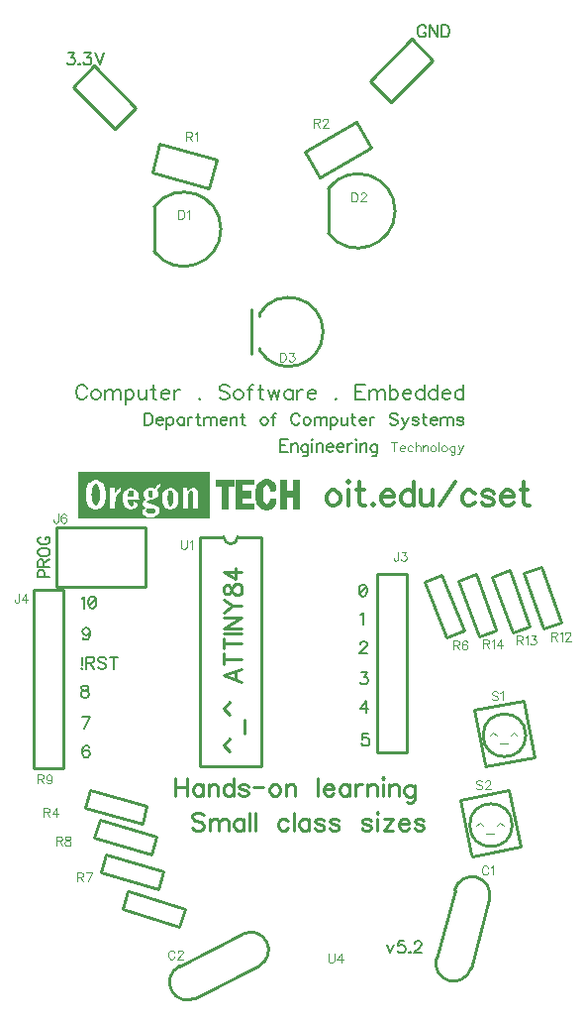
<source format=gbr>
G04 DipTrace 3.3.1.3*
G04 TopSilk.gbr*
%MOIN*%
G04 #@! TF.FileFunction,Legend,Top*
G04 #@! TF.Part,Single*
%ADD10C,0.009843*%
%ADD12C,0.003*%
%ADD77C,0.004632*%
%ADD78C,0.00772*%
%ADD79C,0.006176*%
%ADD80C,0.009264*%
%ADD81C,0.012351*%
%FSLAX26Y26*%
G04*
G70*
G90*
G75*
G01*
G04 TopSilk*
%LPD*%
X2021429Y883980D2*
D10*
X1959382Y652375D1*
X1905512Y915046D2*
X1843464Y683441D1*
G03X1959382Y652375I57929J-15642D01*
G01*
X2021429Y883980D2*
G03X1905512Y915046I-57929J15642D01*
G01*
X977592Y658148D2*
X1191389Y766658D1*
X1031935Y551146D2*
X1245732Y659657D1*
G03X1191389Y766658I-27076J53549D01*
G01*
X977592Y658148D2*
G03X1031935Y551146I27076J-53549D01*
G01*
X892797Y3061766D2*
Y3211642D1*
X893022Y3061466D2*
G03X893022Y3211942I99796J75238D01*
G01*
X1479327Y3123458D2*
Y3273333D1*
X1479552Y3123158D2*
G03X1479552Y3273633I99796J75238D01*
G01*
X1247297Y2852375D2*
Y2844477D1*
X1220724Y2866288D2*
Y2716280D1*
X1247297Y2738091D2*
Y2730193D1*
Y2852375D2*
G02X1461865Y2791284I98651J-60865D01*
G01*
X1247297Y2730193D2*
G03X1461865Y2791284I98651J60865D01*
G01*
X760901Y3473660D2*
X831605Y3544364D1*
X619472Y3615089D2*
X760901Y3473660D1*
X619472Y3615089D2*
X690176Y3685793D1*
X831605Y3544364D1*
X1618858Y3634533D2*
X1689562Y3563829D1*
X1760287Y3775962D2*
X1618858Y3634533D1*
X1760287Y3775962D2*
X1830991Y3705258D1*
X1689562Y3563829D1*
X1744148Y1978127D2*
X1644146D1*
Y1378181D1*
X1744148D1*
Y1978127D1*
X586958Y1924548D2*
X486956D1*
Y1324603D1*
X586958D1*
Y1924548D1*
X863393Y1935283D2*
X563393D1*
Y2135283D1*
X863393D1*
Y1935283D1*
X911676Y3423536D2*
X1104508Y3371877D1*
X1078619Y3275282D2*
X1104508Y3371877D1*
X885787Y3326940D2*
X1078619Y3275282D1*
X885787Y3326940D2*
X911676Y3423536D1*
X1622959Y3410498D2*
X1450072Y3310684D1*
X1400084Y3397290D2*
X1450072Y3310684D1*
X1572971Y3497104D2*
X1400084Y3397290D1*
X1572971Y3497104D2*
X1622959Y3410498D1*
X709406Y1149609D2*
X900989Y1093518D1*
X883589Y1033480D2*
X901167Y1093466D1*
X691828Y1089622D2*
X883411Y1033531D1*
X691651Y1089674D2*
X709229Y1149661D1*
X1877907Y1764334D2*
X1803099Y1949428D1*
X1860968Y1973038D2*
X1803015Y1949600D1*
X1935839Y1787773D2*
X1861031Y1972866D1*
X1935923Y1787600D2*
X1877970Y1764162D1*
X805599Y911714D2*
X995950Y851615D1*
X977321Y791968D2*
X996126Y851561D1*
X786794Y852121D2*
X977144Y792022D1*
X786617Y852175D2*
X805423Y911768D1*
X732101Y1034431D2*
X923561Y977851D1*
X905994Y917857D2*
X923738Y977799D1*
X714356Y974488D2*
X905816Y917909D1*
X714179Y974540D2*
X731923Y1034483D1*
X675710Y1249725D2*
X868492Y1197832D1*
X852427Y1137429D2*
X868671Y1197783D1*
X659467Y1189371D2*
X852249Y1137478D1*
X659288Y1189421D2*
X675532Y1249774D1*
X2205170Y1792854D2*
X2136878Y1980456D1*
X2195546Y2001988D2*
X2136819Y1980630D1*
X2263898Y1814212D2*
X2195605Y2001813D1*
X2263957Y1814038D2*
X2205229Y1792680D1*
X2098931Y1780356D2*
X2030639Y1967957D1*
X2089307Y1989489D2*
X2030580Y1968131D1*
X2157659Y1801713D2*
X2089366Y1989315D1*
X2157718Y1801539D2*
X2098990Y1780181D1*
X1986443Y1767857D2*
X1918151Y1955458D1*
X1976819Y1976990D2*
X1918092Y1955633D1*
X2045171Y1789215D2*
X1976878Y1976816D1*
X2045230Y1789040D2*
X1986502Y1767683D1*
X1970214Y1520313D2*
X2005547Y1336185D1*
X2006733Y1330029D2*
X2172449Y1361839D1*
X2135929Y1552123D1*
X1970214Y1520313D2*
X2135929Y1552123D1*
X2000629Y1434935D2*
G02X2000629Y1434935I71871J0D01*
G01*
X1923213Y1216116D2*
X1962141Y1032686D1*
X1963442Y1026576D2*
X2128507Y1061609D1*
X2088314Y1251149D1*
X1923213Y1216116D2*
X2088314Y1251149D1*
X1955284Y1132752D2*
G02X1955284Y1132752I71877J0D01*
G01*
X1253219Y2102356D2*
Y1330703D1*
X1048486D2*
X1253219D1*
X1048486Y2102356D2*
Y1330703D1*
Y2102356D2*
X1127226D1*
X1253219D2*
X1174478D1*
X1127226D2*
G03X1174478Y2102356I23626J13D01*
G01*
X636151Y2321938D2*
D12*
X1077151D1*
X636151Y2318938D2*
X1077151D1*
X636151Y2315938D2*
X1077151D1*
X636151Y2312938D2*
X1077151D1*
X636151Y2309938D2*
X1077151D1*
X636151Y2306938D2*
X1077151D1*
X636151Y2303938D2*
X1077151D1*
X636151Y2300938D2*
X1077151D1*
X636151Y2297938D2*
X1077151D1*
X1266151D2*
X1275151D1*
X636151Y2294938D2*
X684289D1*
X704911D2*
X1077151D1*
X1101151D2*
X1161151D1*
X1167151D2*
X1227151D1*
X1259356D2*
X1281935D1*
X1317151D2*
X1338151D1*
X1359151D2*
X1380151D1*
X636151Y2291938D2*
X678896D1*
X710025D2*
X1077151D1*
X1101151D2*
X1161151D1*
X1167151D2*
X1227151D1*
X1253740D2*
X1287446D1*
X1317151D2*
X1338151D1*
X1359151D2*
X1380151D1*
X636151Y2288938D2*
X674497D1*
X714087D2*
X1077151D1*
X1101151D2*
X1161151D1*
X1167151D2*
X1227151D1*
X1249311D2*
X1291492D1*
X1317151D2*
X1338151D1*
X1359151D2*
X1380151D1*
X636151Y2285938D2*
X671215D1*
X717319D2*
X1077151D1*
X1101151D2*
X1161151D1*
X1167151D2*
X1227151D1*
X1245736D2*
X1294337D1*
X1317151D2*
X1338151D1*
X1359151D2*
X1380151D1*
X636151Y2282938D2*
X668612D1*
X720168D2*
X1077151D1*
X1101151D2*
X1161151D1*
X1167151D2*
X1227151D1*
X1242841D2*
X1296369D1*
X1317151D2*
X1338151D1*
X1359151D2*
X1380151D1*
X636151Y2279938D2*
X666411D1*
X693151D2*
X696151D1*
X722602D2*
X904216D1*
X915116D2*
X1077151D1*
X1101151D2*
X1161151D1*
X1167151D2*
X1227151D1*
X1240563D2*
X1297847D1*
X1317151D2*
X1338151D1*
X1359151D2*
X1380151D1*
X636151Y2276938D2*
X664718D1*
X689918D2*
X699385D1*
X724352D2*
X900320D1*
X914788D2*
X1077151D1*
X1101151D2*
X1161151D1*
X1167151D2*
X1188151D1*
X1238790D2*
X1267216D1*
X1275037D2*
X1299006D1*
X1317151D2*
X1338151D1*
X1359151D2*
X1380151D1*
X636151Y2273938D2*
X663418D1*
X687451D2*
X701852D1*
X725449D2*
X897560D1*
X914015D2*
X1077151D1*
X1119151D2*
X1140151D1*
X1167151D2*
X1188151D1*
X1237504D2*
X1263323D1*
X1277641D2*
X1300102D1*
X1317151D2*
X1338151D1*
X1359151D2*
X1380151D1*
X636151Y2270938D2*
X662252D1*
X685802D2*
X703500D1*
X726312D2*
X895646D1*
X911118D2*
X1077151D1*
X1119151D2*
X1140151D1*
X1167151D2*
X1188151D1*
X1236659D2*
X1260594D1*
X1279805D2*
X1301035D1*
X1317151D2*
X1338151D1*
X1359151D2*
X1380151D1*
X636151Y2267938D2*
X661288D1*
X684890D2*
X704424D1*
X727239D2*
X741151D1*
X759151D2*
X772216D1*
X780151D2*
X804289D1*
X820611D2*
X867753D1*
X891151D2*
X894151D1*
X908013D2*
X937342D1*
X956550D2*
X987151D1*
X1005151D2*
X1015254D1*
X1031087D2*
X1077151D1*
X1119151D2*
X1140151D1*
X1167151D2*
X1188151D1*
X1235913D2*
X1258550D1*
X1281536D2*
X1301589D1*
X1317151D2*
X1338151D1*
X1359151D2*
X1380151D1*
X636151Y2264938D2*
X660686D1*
X684455D2*
X704965D1*
X728091D2*
X741151D1*
X759151D2*
X768311D1*
X780151D2*
X798896D1*
X826655D2*
X863104D1*
X905326D2*
X930939D1*
X961199D2*
X987151D1*
X1005151D2*
X1011360D1*
X1034980D2*
X1077151D1*
X1119151D2*
X1140151D1*
X1167151D2*
X1188151D1*
X1235035D2*
X1257831D1*
X1282795D2*
X1301853D1*
X1317151D2*
X1338151D1*
X1359151D2*
X1380151D1*
X636151Y2261938D2*
X660379D1*
X684256D2*
X705534D1*
X728645D2*
X741151D1*
X759151D2*
X765468D1*
X780116D2*
X794509D1*
X831213D2*
X859493D1*
X904365D2*
X926323D1*
X964810D2*
X987151D1*
X1005151D2*
X1008151D1*
X1037709D2*
X1077151D1*
X1119151D2*
X1140151D1*
X1167151D2*
X1188151D1*
X1234202D2*
X1257441D1*
X1283532D2*
X1300901D1*
X1317151D2*
X1338151D1*
X1359151D2*
X1380151D1*
X636151Y2258938D2*
X660241D1*
X684077D2*
X706327D1*
X728934D2*
X741151D1*
X759151D2*
X763251D1*
X779788D2*
X791332D1*
X834596D2*
X856842D1*
X876151D2*
X885151D1*
X904845D2*
X923185D1*
X967473D2*
X987151D1*
X1039753D2*
X1077151D1*
X1119151D2*
X1140151D1*
X1167151D2*
X1188151D1*
X1233654D2*
X1257265D1*
X1283912D2*
X1297426D1*
X1317151D2*
X1338151D1*
X1359151D2*
X1380151D1*
X636151Y2255938D2*
X660185D1*
X683667D2*
X707124D1*
X729065D2*
X741151D1*
X759151D2*
X761220D1*
X779015D2*
X789099D1*
X807151D2*
X819151D1*
X836993D2*
X854899D1*
X874767D2*
X885151D1*
X905790D2*
X921032D1*
X942151D2*
X951151D1*
X969521D2*
X987151D1*
X1014151D2*
X1017151D1*
X1040472D2*
X1077151D1*
X1119151D2*
X1140151D1*
X1167151D2*
X1218151D1*
X1233367D2*
X1257193D1*
X1284151D2*
X1293151D1*
X1317151D2*
X1380151D1*
X636151Y2252938D2*
X660163D1*
X682938D2*
X707657D1*
X729119D2*
X741151D1*
X759151D2*
D3*
X776003D2*
X787524D1*
X806688D2*
X820536D1*
X838570D2*
X853568D1*
X873905D2*
X885151D1*
X906927D2*
X919605D1*
X940767D2*
X951615D1*
X971246D2*
X987151D1*
X1011382D2*
X1018988D1*
X1040862D2*
X1077151D1*
X1119151D2*
X1140151D1*
X1167151D2*
X1218151D1*
X1233237D2*
X1257166D1*
X1317151D2*
X1380151D1*
X636151Y2249938D2*
X660155D1*
X682178D2*
X707938D1*
X729140D2*
X741151D1*
X772503D2*
X786323D1*
X805943D2*
X821398D1*
X839443D2*
X852908D1*
X873481D2*
X885151D1*
X907831D2*
X918808D1*
X939905D2*
X952359D1*
X972730D2*
X987151D1*
X1009331D2*
X1020488D1*
X1041038D2*
X1077151D1*
X1119151D2*
X1140151D1*
X1167151D2*
X1218151D1*
X1233183D2*
X1257156D1*
X1317151D2*
X1380151D1*
X636151Y2246938D2*
X660153D1*
X681759D2*
X708067D1*
X729148D2*
X741151D1*
X769411D2*
X785210D1*
X805159D2*
X821835D1*
X839871D2*
X852928D1*
X873402D2*
X885151D1*
X908341D2*
X918423D1*
X939457D2*
X953136D1*
X973873D2*
X987151D1*
X1008705D2*
X1021631D1*
X1041110D2*
X1077151D1*
X1119151D2*
X1140151D1*
X1167151D2*
X1218151D1*
X1233163D2*
X1257153D1*
X1317151D2*
X1380151D1*
X636151Y2243938D2*
X660152D1*
X681863D2*
X708108D1*
X729150D2*
X741151D1*
X767173D2*
X784271D1*
X804588D2*
X822035D1*
X840156D2*
X853601D1*
X873787D2*
X885151D1*
X907631D2*
X918256D1*
X939158D2*
X953661D1*
X974559D2*
X987151D1*
X1008379D2*
X1021397D1*
X1041137D2*
X1077151D1*
X1119151D2*
X1140151D1*
X1167151D2*
X1218151D1*
X1233155D2*
X1257152D1*
X1317151D2*
X1380151D1*
X636151Y2240938D2*
X660152D1*
X682454D2*
X708023D1*
X729151D2*
X741151D1*
X765606D2*
X783680D1*
X804151D2*
X822151D1*
X840610D2*
X854793D1*
X874782D2*
X885151D1*
X906446D2*
X918190D1*
X938710D2*
X953940D1*
X974902D2*
X987151D1*
X1008238D2*
X1020926D1*
X1041146D2*
X1077151D1*
X1119151D2*
X1140151D1*
X1167151D2*
X1218151D1*
X1233153D2*
X1257152D1*
X1317151D2*
X1380151D1*
X636151Y2237938D2*
X660151D1*
X683170D2*
X707648D1*
X729151D2*
X741151D1*
X764324D2*
X783377D1*
X841356D2*
X856381D1*
X876151D2*
X885151D1*
X904564D2*
X918165D1*
X938067D2*
X954067D1*
X975054D2*
X987151D1*
X1008183D2*
X1020545D1*
X1041150D2*
X1077151D1*
X1119151D2*
X1140151D1*
X1167151D2*
X1218151D1*
X1233164D2*
X1257151D1*
X1317151D2*
X1380151D1*
X636151Y2234938D2*
X660151D1*
X683673D2*
X706932D1*
X729140D2*
X741151D1*
X763314D2*
X783240D1*
X842142D2*
X858021D1*
X901976D2*
X918156D1*
X937669D2*
X954120D1*
X975115D2*
X987151D1*
X1008162D2*
X1020327D1*
X1041151D2*
X1077151D1*
X1119151D2*
X1140151D1*
X1167151D2*
X1188151D1*
X1233269D2*
X1257151D1*
X1317151D2*
X1338151D1*
X1359151D2*
X1380151D1*
X636151Y2231938D2*
X660163D1*
X683944D2*
X706164D1*
X729034D2*
X741151D1*
X762695D2*
X783184D1*
X842714D2*
X859355D1*
X895379D2*
X918153D1*
X937861D2*
X954140D1*
X975139D2*
X987151D1*
X1008155D2*
X1020223D1*
X1041151D2*
X1077151D1*
X1119151D2*
X1140151D1*
X1167151D2*
X1188151D1*
X1233651D2*
X1257163D1*
X1284151D2*
X1302151D1*
X1317151D2*
X1338151D1*
X1359151D2*
X1380151D1*
X636151Y2228938D2*
X660269D1*
X684080D2*
X705629D1*
X728652D2*
X741151D1*
X762382D2*
X783175D1*
X804151D2*
X859021D1*
X886725D2*
X918152D1*
X938351D2*
X954148D1*
X975147D2*
X987151D1*
X1008153D2*
X1020179D1*
X1041151D2*
X1077151D1*
X1119151D2*
X1140151D1*
X1167151D2*
X1188151D1*
X1234369D2*
X1257269D1*
X1283676D2*
X1302140D1*
X1317151D2*
X1338151D1*
X1359151D2*
X1380151D1*
X636151Y2225938D2*
X660651D1*
X684238D2*
X705246D1*
X727933D2*
X741151D1*
X762242D2*
X783273D1*
X804163D2*
X857237D1*
X878394D2*
X918152D1*
X938746D2*
X954138D1*
X975138D2*
X987151D1*
X1008152D2*
X1020161D1*
X1041151D2*
X1077151D1*
X1119151D2*
X1140151D1*
X1167151D2*
X1188151D1*
X1235150D2*
X1257674D1*
X1282815D2*
X1302034D1*
X1317151D2*
X1338151D1*
X1359151D2*
X1380151D1*
X636151Y2222938D2*
X661381D1*
X684663D2*
X704713D1*
X727153D2*
X741151D1*
X762185D2*
X783664D1*
X804269D2*
X855217D1*
X872573D2*
X918163D1*
X938972D2*
X954034D1*
X975034D2*
X987151D1*
X1008152D2*
X1020155D1*
X1041151D2*
X1077151D1*
X1119151D2*
X1140151D1*
X1167151D2*
X1188151D1*
X1235779D2*
X1258622D1*
X1281539D2*
X1301652D1*
X1317151D2*
X1338151D1*
X1359151D2*
X1380151D1*
X636151Y2219938D2*
X662268D1*
X685618D2*
X703712D1*
X726512D2*
X741151D1*
X762163D2*
X784487D1*
X804674D2*
X822128D1*
X829371D2*
X853227D1*
X868344D2*
X918269D1*
X939102D2*
X953640D1*
X974640D2*
X987151D1*
X1008151D2*
X1020153D1*
X1041151D2*
X1077151D1*
X1119151D2*
X1140151D1*
X1167151D2*
X1188151D1*
X1236451D2*
X1260326D1*
X1279804D2*
X1300922D1*
X1317151D2*
X1338151D1*
X1359151D2*
X1380151D1*
X636151Y2216938D2*
X663279D1*
X687325D2*
X701988D1*
X725734D2*
X741151D1*
X762156D2*
X785650D1*
X805622D2*
X821899D1*
X834736D2*
X851231D1*
X878440D2*
X918663D1*
X939376D2*
X952807D1*
X973816D2*
X987151D1*
X1008151D2*
X1020152D1*
X1041151D2*
X1077151D1*
X1119151D2*
X1140151D1*
X1167151D2*
X1188151D1*
X1237414D2*
X1262946D1*
X1277591D2*
X1300047D1*
X1317151D2*
X1338151D1*
X1359151D2*
X1380151D1*
X636151Y2213938D2*
X664669D1*
X689945D2*
X699361D1*
X724401D2*
X741151D1*
X762153D2*
X786997D1*
X807326D2*
X821355D1*
X838733D2*
X849151D1*
X888966D2*
X919498D1*
X939943D2*
X951567D1*
X972653D2*
X987151D1*
X1008151D2*
X1020152D1*
X1041151D2*
X1077151D1*
X1119151D2*
X1140151D1*
X1167151D2*
X1227151D1*
X1238736D2*
X1266151D1*
X1275151D2*
X1299118D1*
X1317151D2*
X1338151D1*
X1359151D2*
X1380151D1*
X636151Y2210938D2*
X666413D1*
X693151D2*
X696151D1*
X722455D2*
X741151D1*
X762152D2*
X788450D1*
X809946D2*
X819017D1*
X838276D2*
X851248D1*
X897860D2*
X920767D1*
X942284D2*
X949972D1*
X971282D2*
X987151D1*
X1008151D2*
X1020151D1*
X1041151D2*
X1077151D1*
X1119151D2*
X1140151D1*
X1167151D2*
X1227151D1*
X1240497D2*
X1297910D1*
X1317151D2*
X1338151D1*
X1359151D2*
X1380151D1*
X636151Y2207938D2*
X668375D1*
X720189D2*
X741151D1*
X762152D2*
X790054D1*
X813151D2*
X816151D1*
X837167D2*
X853814D1*
X904056D2*
X922520D1*
X945151D2*
X948151D1*
X969618D2*
X987151D1*
X1008151D2*
X1020151D1*
X1041151D2*
X1077151D1*
X1119151D2*
X1140151D1*
X1167151D2*
X1227151D1*
X1242782D2*
X1296226D1*
X1317151D2*
X1338151D1*
X1359151D2*
X1380151D1*
X636151Y2204938D2*
X670913D1*
X717614D2*
X741151D1*
X762151D2*
X792151D1*
X835507D2*
X857225D1*
X908510D2*
X924900D1*
X967251D2*
X987151D1*
X1008151D2*
X1020151D1*
X1041151D2*
X1077151D1*
X1119151D2*
X1140151D1*
X1167151D2*
X1227151D1*
X1245551D2*
X1293967D1*
X1317151D2*
X1338151D1*
X1359151D2*
X1380151D1*
X636151Y2201938D2*
X674518D1*
X714264D2*
X741151D1*
X762151D2*
X795239D1*
X831769D2*
X861151D1*
X910294D2*
X928000D1*
X963728D2*
X987151D1*
X1008151D2*
X1020151D1*
X1041151D2*
X1077151D1*
X1119151D2*
X1140151D1*
X1167151D2*
X1227151D1*
X1249006D2*
X1291018D1*
X1317151D2*
X1338151D1*
X1359151D2*
X1380151D1*
X636151Y2198938D2*
X679113D1*
X709946D2*
X741151D1*
X762151D2*
X799432D1*
X827173D2*
X857252D1*
X870151D2*
X885151D1*
X911321D2*
X931861D1*
X959169D2*
X987151D1*
X1008151D2*
X1020151D1*
X1041151D2*
X1077151D1*
X1119151D2*
X1140151D1*
X1167151D2*
X1227151D1*
X1253613D2*
X1286954D1*
X1317151D2*
X1338151D1*
X1359151D2*
X1380151D1*
X636151Y2195938D2*
X684151D1*
X705151D2*
X804151D1*
X822151D2*
X853861D1*
X868204D2*
X889294D1*
X911813D2*
X936151D1*
X954151D2*
X1077151D1*
X1119151D2*
X1140151D1*
X1167151D2*
X1227151D1*
X1259533D2*
X1281447D1*
X1317151D2*
X1338151D1*
X1359151D2*
X1380151D1*
X636151Y2192938D2*
X851124D1*
X866224D2*
X892336D1*
X912010D2*
X1077151D1*
X1266151D2*
X1275151D1*
X636151Y2189938D2*
X850119D1*
X864151D2*
X893094D1*
X911976D2*
X1077151D1*
X636151Y2186938D2*
X849687D1*
X867151D2*
X892309D1*
X911507D2*
X1077151D1*
X636151Y2183938D2*
X849660D1*
X870151D2*
X891151D1*
X910585D2*
X1077151D1*
X636151Y2180938D2*
X850842D1*
X908141D2*
X1077151D1*
X636151Y2177938D2*
X854065D1*
X904648D2*
X1077151D1*
X636151Y2174938D2*
X858677D1*
X899802D2*
X1077151D1*
X636151Y2171938D2*
X864151D1*
X894151D2*
X1077151D1*
X636151Y2168938D2*
X1077151D1*
X636151Y2165938D2*
X1077151D1*
X636151Y2321938D2*
Y2318938D1*
Y2315938D1*
Y2312938D1*
Y2309938D1*
Y2306938D1*
Y2303938D1*
Y2300938D1*
Y2297938D1*
Y2294938D1*
Y2291938D1*
Y2288938D1*
Y2285938D1*
Y2282938D1*
Y2279938D1*
Y2276938D1*
Y2273938D1*
Y2270938D1*
Y2267938D1*
Y2264938D1*
Y2261938D1*
Y2258938D1*
Y2255938D1*
Y2252938D1*
Y2249938D1*
Y2246938D1*
Y2243938D1*
Y2240938D1*
Y2237938D1*
Y2234938D1*
Y2231938D1*
Y2228938D1*
Y2225938D1*
Y2222938D1*
Y2219938D1*
Y2216938D1*
Y2213938D1*
Y2210938D1*
Y2207938D1*
Y2204938D1*
Y2201938D1*
Y2198938D1*
Y2195938D1*
Y2192938D1*
Y2189938D1*
Y2186938D1*
Y2183938D1*
Y2180938D1*
Y2177938D1*
Y2174938D1*
Y2171938D1*
Y2168938D1*
Y2165938D1*
X1077151Y2321938D2*
Y2318938D1*
Y2315938D1*
Y2312938D1*
Y2309938D1*
Y2306938D1*
Y2303938D1*
Y2300938D1*
Y2297938D1*
Y2294938D1*
Y2291938D1*
Y2288938D1*
Y2285938D1*
Y2282938D1*
Y2279938D1*
Y2276938D1*
Y2273938D1*
Y2270938D1*
Y2267938D1*
Y2264938D1*
Y2261938D1*
Y2258938D1*
Y2255938D1*
Y2252938D1*
Y2249938D1*
Y2246938D1*
Y2243938D1*
Y2240938D1*
Y2237938D1*
Y2234938D1*
Y2231938D1*
Y2228938D1*
Y2225938D1*
Y2222938D1*
Y2219938D1*
Y2216938D1*
Y2213938D1*
Y2210938D1*
Y2207938D1*
Y2204938D1*
Y2201938D1*
Y2198938D1*
Y2195938D1*
Y2192938D1*
Y2189938D1*
Y2186938D1*
Y2183938D1*
Y2180938D1*
Y2177938D1*
Y2174938D1*
Y2171938D1*
Y2168938D1*
Y2165938D1*
X1266151Y2297938D2*
X1259356Y2294938D1*
X1253740Y2291938D1*
X1249311Y2288938D1*
X1245736Y2285938D1*
X1242841Y2282938D1*
X1240563Y2279938D1*
X1238790Y2276938D1*
X1237504Y2273938D1*
X1236659Y2270938D1*
X1235913Y2267938D1*
X1235035Y2264938D1*
X1234202Y2261938D1*
X1233654Y2258938D1*
X1233367Y2255938D1*
X1233237Y2252938D1*
X1233183Y2249938D1*
X1233163Y2246938D1*
X1233155Y2243938D1*
X1233153Y2240938D1*
X1233164Y2237938D1*
X1233269Y2234938D1*
X1233651Y2231938D1*
X1234369Y2228938D1*
X1235150Y2225938D1*
X1235779Y2222938D1*
X1236451Y2219938D1*
X1237414Y2216938D1*
X1238736Y2213938D1*
X1240497Y2210938D1*
X1242782Y2207938D1*
X1245551Y2204938D1*
X1249006Y2201938D1*
X1253613Y2198938D1*
X1259533Y2195938D1*
X1266151Y2192938D1*
X1275151Y2297938D2*
X1281935Y2294938D1*
X1287446Y2291938D1*
X1291492Y2288938D1*
X1294337Y2285938D1*
X1296369Y2282938D1*
X1297847Y2279938D1*
X1299006Y2276938D1*
X1300102Y2273938D1*
X1301035Y2270938D1*
X1301589Y2267938D1*
X1301853Y2264938D1*
X1300901Y2261938D1*
X1297426Y2258938D1*
X1293151Y2255938D1*
X690151Y2297938D2*
X684289Y2294938D1*
X678896Y2291938D1*
X674497Y2288938D1*
X671215Y2285938D1*
X668612Y2282938D1*
X666411Y2279938D1*
X664718Y2276938D1*
X663418Y2273938D1*
X662252Y2270938D1*
X661288Y2267938D1*
X660686Y2264938D1*
X660379Y2261938D1*
X660241Y2258938D1*
X660185Y2255938D1*
X660163Y2252938D1*
X660155Y2249938D1*
X660153Y2246938D1*
X660152Y2243938D1*
Y2240938D1*
X660151Y2237938D1*
Y2234938D1*
X660163Y2231938D1*
X660269Y2228938D1*
X660651Y2225938D1*
X661381Y2222938D1*
X662268Y2219938D1*
X663279Y2216938D1*
X664669Y2213938D1*
X666413Y2210938D1*
X668375Y2207938D1*
X670913Y2204938D1*
X674518Y2201938D1*
X679113Y2198938D1*
X684151Y2195938D1*
X699151Y2297938D2*
X704911Y2294938D1*
X710025Y2291938D1*
X714087Y2288938D1*
X717319Y2285938D1*
X720168Y2282938D1*
X722602Y2279938D1*
X724352Y2276938D1*
X725449Y2273938D1*
X726312Y2270938D1*
X727239Y2267938D1*
X728091Y2264938D1*
X728645Y2261938D1*
X728934Y2258938D1*
X729065Y2255938D1*
X729119Y2252938D1*
X729140Y2249938D1*
X729148Y2246938D1*
X729150Y2243938D1*
X729151Y2240938D1*
Y2237938D1*
X729140Y2234938D1*
X729034Y2231938D1*
X728652Y2228938D1*
X727933Y2225938D1*
X727153Y2222938D1*
X726512Y2219938D1*
X725734Y2216938D1*
X724401Y2213938D1*
X722455Y2210938D1*
X720189Y2207938D1*
X717614Y2204938D1*
X714264Y2201938D1*
X709946Y2198938D1*
X705151Y2195938D1*
X1101151Y2294938D2*
Y2291938D1*
Y2288938D1*
Y2285938D1*
Y2282938D1*
Y2279938D1*
Y2276938D1*
Y2273938D1*
X1119151D1*
Y2270938D1*
Y2267938D1*
Y2264938D1*
Y2261938D1*
Y2258938D1*
Y2255938D1*
Y2252938D1*
Y2249938D1*
Y2246938D1*
Y2243938D1*
Y2240938D1*
Y2237938D1*
Y2234938D1*
Y2231938D1*
Y2228938D1*
Y2225938D1*
Y2222938D1*
Y2219938D1*
Y2216938D1*
Y2213938D1*
Y2210938D1*
Y2207938D1*
Y2204938D1*
Y2201938D1*
Y2198938D1*
Y2195938D1*
X1161151Y2294938D2*
Y2291938D1*
Y2288938D1*
Y2285938D1*
Y2282938D1*
Y2279938D1*
Y2276938D1*
Y2273938D1*
X1140151D1*
Y2270938D1*
Y2267938D1*
Y2264938D1*
Y2261938D1*
Y2258938D1*
Y2255938D1*
Y2252938D1*
Y2249938D1*
Y2246938D1*
Y2243938D1*
Y2240938D1*
Y2237938D1*
Y2234938D1*
Y2231938D1*
Y2228938D1*
Y2225938D1*
Y2222938D1*
Y2219938D1*
Y2216938D1*
Y2213938D1*
Y2210938D1*
Y2207938D1*
Y2204938D1*
Y2201938D1*
Y2198938D1*
Y2195938D1*
X1167151Y2294938D2*
Y2291938D1*
Y2288938D1*
Y2285938D1*
Y2282938D1*
Y2279938D1*
Y2276938D1*
Y2273938D1*
Y2270938D1*
Y2267938D1*
Y2264938D1*
Y2261938D1*
Y2258938D1*
Y2255938D1*
Y2252938D1*
Y2249938D1*
Y2246938D1*
Y2243938D1*
Y2240938D1*
Y2237938D1*
Y2234938D1*
Y2231938D1*
Y2228938D1*
Y2225938D1*
Y2222938D1*
Y2219938D1*
Y2216938D1*
Y2213938D1*
Y2210938D1*
Y2207938D1*
Y2204938D1*
Y2201938D1*
Y2198938D1*
Y2195938D1*
X1227151Y2294938D2*
Y2291938D1*
Y2288938D1*
Y2285938D1*
Y2282938D1*
Y2279938D1*
X1317151Y2294938D2*
Y2291938D1*
Y2288938D1*
Y2285938D1*
Y2282938D1*
Y2279938D1*
Y2276938D1*
Y2273938D1*
Y2270938D1*
Y2267938D1*
Y2264938D1*
Y2261938D1*
Y2258938D1*
Y2255938D1*
Y2252938D1*
Y2249938D1*
Y2246938D1*
Y2243938D1*
Y2240938D1*
Y2237938D1*
Y2234938D1*
Y2231938D1*
Y2228938D1*
Y2225938D1*
Y2222938D1*
Y2219938D1*
Y2216938D1*
Y2213938D1*
Y2210938D1*
Y2207938D1*
Y2204938D1*
Y2201938D1*
Y2198938D1*
Y2195938D1*
X1338151Y2294938D2*
Y2291938D1*
Y2288938D1*
Y2285938D1*
Y2282938D1*
Y2279938D1*
Y2276938D1*
Y2273938D1*
Y2270938D1*
Y2267938D1*
Y2264938D1*
Y2261938D1*
Y2258938D1*
X1359151Y2294938D2*
Y2291938D1*
Y2288938D1*
Y2285938D1*
Y2282938D1*
Y2279938D1*
Y2276938D1*
Y2273938D1*
Y2270938D1*
Y2267938D1*
Y2264938D1*
Y2261938D1*
Y2258938D1*
X1380151Y2294938D2*
Y2291938D1*
Y2288938D1*
Y2285938D1*
Y2282938D1*
Y2279938D1*
Y2276938D1*
Y2273938D1*
Y2270938D1*
Y2267938D1*
Y2264938D1*
Y2261938D1*
Y2258938D1*
Y2255938D1*
Y2252938D1*
Y2249938D1*
Y2246938D1*
Y2243938D1*
Y2240938D1*
Y2237938D1*
Y2234938D1*
Y2231938D1*
Y2228938D1*
Y2225938D1*
Y2222938D1*
Y2219938D1*
Y2216938D1*
Y2213938D1*
Y2210938D1*
Y2207938D1*
Y2204938D1*
Y2201938D1*
Y2198938D1*
Y2195938D1*
X693151Y2279938D2*
X689918Y2276938D1*
X687451Y2273938D1*
X685802Y2270938D1*
X684890Y2267938D1*
X684455Y2264938D1*
X684256Y2261938D1*
X684077Y2258938D1*
X683667Y2255938D1*
X682938Y2252938D1*
X682178Y2249938D1*
X681759Y2246938D1*
X681863Y2243938D1*
X682454Y2240938D1*
X683170Y2237938D1*
X683673Y2234938D1*
X683944Y2231938D1*
X684080Y2228938D1*
X684238Y2225938D1*
X684663Y2222938D1*
X685618Y2219938D1*
X687325Y2216938D1*
X689945Y2213938D1*
X693151Y2210938D1*
X696151Y2279938D2*
X699385Y2276938D1*
X701852Y2273938D1*
X703500Y2270938D1*
X704424Y2267938D1*
X704965Y2264938D1*
X705534Y2261938D1*
X706327Y2258938D1*
X707124Y2255938D1*
X707657Y2252938D1*
X707938Y2249938D1*
X708067Y2246938D1*
X708108Y2243938D1*
X708023Y2240938D1*
X707648Y2237938D1*
X706932Y2234938D1*
X706164Y2231938D1*
X705629Y2228938D1*
X705246Y2225938D1*
X704713Y2222938D1*
X703712Y2219938D1*
X701988Y2216938D1*
X699361Y2213938D1*
X696151Y2210938D1*
X909151Y2282938D2*
X904216Y2279938D1*
X900320Y2276938D1*
X897560Y2273938D1*
X895646Y2270938D1*
X894151Y2267938D1*
X915151Y2282938D2*
X915116Y2279938D1*
X914788Y2276938D1*
X914015Y2273938D1*
X911118Y2270938D1*
X908013Y2267938D1*
X905326Y2264938D1*
X904365Y2261938D1*
X904845Y2258938D1*
X905790Y2255938D1*
X906927Y2252938D1*
X907831Y2249938D1*
X908341Y2246938D1*
X907631Y2243938D1*
X906446Y2240938D1*
X904564Y2237938D1*
X901976Y2234938D1*
X895379Y2231938D1*
X886725Y2228938D1*
X878394Y2225938D1*
X872573Y2222938D1*
X868344Y2219938D1*
X878440Y2216938D1*
X888966Y2213938D1*
X897860Y2210938D1*
X904056Y2207938D1*
X908510Y2204938D1*
X910294Y2201938D1*
X911321Y2198938D1*
X911813Y2195938D1*
X912010Y2192938D1*
X911976Y2189938D1*
X911507Y2186938D1*
X910585Y2183938D1*
X908141Y2180938D1*
X904648Y2177938D1*
X899802Y2174938D1*
X894151Y2171938D1*
X1188151Y2279938D2*
Y2276938D1*
Y2273938D1*
Y2270938D1*
Y2267938D1*
Y2264938D1*
Y2261938D1*
Y2258938D1*
Y2255938D1*
X1218151D1*
Y2252938D1*
Y2249938D1*
Y2246938D1*
Y2243938D1*
Y2240938D1*
Y2237938D1*
Y2234938D1*
X1188151D1*
Y2231938D1*
Y2228938D1*
Y2225938D1*
Y2222938D1*
Y2219938D1*
Y2216938D1*
Y2213938D1*
X1272151Y2279938D2*
X1267216Y2276938D1*
X1263323Y2273938D1*
X1260594Y2270938D1*
X1258550Y2267938D1*
X1257831Y2264938D1*
X1257441Y2261938D1*
X1257265Y2258938D1*
X1257193Y2255938D1*
X1257166Y2252938D1*
X1257156Y2249938D1*
X1257153Y2246938D1*
X1257152Y2243938D1*
Y2240938D1*
X1257151Y2237938D1*
Y2234938D1*
X1257163Y2231938D1*
X1257269Y2228938D1*
X1257674Y2225938D1*
X1258622Y2222938D1*
X1260326Y2219938D1*
X1262946Y2216938D1*
X1266151Y2213938D1*
X1272151Y2279938D2*
X1275037Y2276938D1*
X1277641Y2273938D1*
X1279805Y2270938D1*
X1281536Y2267938D1*
X1282795Y2264938D1*
X1283532Y2261938D1*
X1283912Y2258938D1*
X1284151Y2255938D1*
X741151Y2270938D2*
Y2267938D1*
Y2264938D1*
Y2261938D1*
Y2258938D1*
Y2255938D1*
Y2252938D1*
Y2249938D1*
Y2246938D1*
Y2243938D1*
Y2240938D1*
Y2237938D1*
Y2234938D1*
Y2231938D1*
Y2228938D1*
Y2225938D1*
Y2222938D1*
Y2219938D1*
Y2216938D1*
Y2213938D1*
Y2210938D1*
Y2207938D1*
Y2204938D1*
Y2201938D1*
Y2198938D1*
X759151Y2270938D2*
Y2267938D1*
Y2264938D1*
Y2261938D1*
Y2258938D1*
Y2255938D1*
Y2252938D1*
X777151Y2270938D2*
X772216Y2267938D1*
X768311Y2264938D1*
X765468Y2261938D1*
X763251Y2258938D1*
X761220Y2255938D1*
X759151Y2252938D1*
X780151Y2270938D2*
Y2267938D1*
Y2264938D1*
X780116Y2261938D1*
X779788Y2258938D1*
X779015Y2255938D1*
X776003Y2252938D1*
X772503Y2249938D1*
X769411Y2246938D1*
X767173Y2243938D1*
X765606Y2240938D1*
X764324Y2237938D1*
X763314Y2234938D1*
X762695Y2231938D1*
X762382Y2228938D1*
X762242Y2225938D1*
X762185Y2222938D1*
X762163Y2219938D1*
X762156Y2216938D1*
X762153Y2213938D1*
X762152Y2210938D1*
Y2207938D1*
X762151Y2204938D1*
Y2201938D1*
Y2198938D1*
X810151Y2270938D2*
X804289Y2267938D1*
X798896Y2264938D1*
X794509Y2261938D1*
X791332Y2258938D1*
X789099Y2255938D1*
X787524Y2252938D1*
X786323Y2249938D1*
X785210Y2246938D1*
X784271Y2243938D1*
X783680Y2240938D1*
X783377Y2237938D1*
X783240Y2234938D1*
X783184Y2231938D1*
X783175Y2228938D1*
X783273Y2225938D1*
X783664Y2222938D1*
X784487Y2219938D1*
X785650Y2216938D1*
X786997Y2213938D1*
X788450Y2210938D1*
X790054Y2207938D1*
X792151Y2204938D1*
X795239Y2201938D1*
X799432Y2198938D1*
X804151Y2195938D1*
X813151Y2270938D2*
X820611Y2267938D1*
X826655Y2264938D1*
X831213Y2261938D1*
X834596Y2258938D1*
X836993Y2255938D1*
X838570Y2252938D1*
X839443Y2249938D1*
X839871Y2246938D1*
X840156Y2243938D1*
X840610Y2240938D1*
X841356Y2237938D1*
X842142Y2234938D1*
X842714Y2231938D1*
X843151Y2228938D1*
X873151Y2270938D2*
X867753Y2267938D1*
X863104Y2264938D1*
X859493Y2261938D1*
X856842Y2258938D1*
X854899Y2255938D1*
X853568Y2252938D1*
X852908Y2249938D1*
X852928Y2246938D1*
X853601Y2243938D1*
X854793Y2240938D1*
X856381Y2237938D1*
X858021Y2234938D1*
X859355Y2231938D1*
X859021Y2228938D1*
X857237Y2225938D1*
X855217Y2222938D1*
X853227Y2219938D1*
X851231Y2216938D1*
X849151Y2213938D1*
X851248Y2210938D1*
X853814Y2207938D1*
X857225Y2204938D1*
X861151Y2201938D1*
X857252Y2198938D1*
X853861Y2195938D1*
X851124Y2192938D1*
X850119Y2189938D1*
X849687Y2186938D1*
X849660Y2183938D1*
X850842Y2180938D1*
X854065Y2177938D1*
X858677Y2174938D1*
X864151Y2171938D1*
X888151Y2270938D2*
X891151Y2267938D1*
X945151Y2270938D2*
X937342Y2267938D1*
X930939Y2264938D1*
X926323Y2261938D1*
X923185Y2258938D1*
X921032Y2255938D1*
X919605Y2252938D1*
X918808Y2249938D1*
X918423Y2246938D1*
X918256Y2243938D1*
X918190Y2240938D1*
X918165Y2237938D1*
X918156Y2234938D1*
X918153Y2231938D1*
X918152Y2228938D1*
Y2225938D1*
X918163Y2222938D1*
X918269Y2219938D1*
X918663Y2216938D1*
X919498Y2213938D1*
X920767Y2210938D1*
X922520Y2207938D1*
X924900Y2204938D1*
X928000Y2201938D1*
X931861Y2198938D1*
X936151Y2195938D1*
X951151Y2270938D2*
X956550Y2267938D1*
X961199Y2264938D1*
X964810Y2261938D1*
X967473Y2258938D1*
X969521Y2255938D1*
X971246Y2252938D1*
X972730Y2249938D1*
X973873Y2246938D1*
X974559Y2243938D1*
X974902Y2240938D1*
X975054Y2237938D1*
X975115Y2234938D1*
X975139Y2231938D1*
X975147Y2228938D1*
X975138Y2225938D1*
X975034Y2222938D1*
X974640Y2219938D1*
X973816Y2216938D1*
X972653Y2213938D1*
X971282Y2210938D1*
X969618Y2207938D1*
X967251Y2204938D1*
X963728Y2201938D1*
X959169Y2198938D1*
X954151Y2195938D1*
X987151Y2270938D2*
Y2267938D1*
Y2264938D1*
Y2261938D1*
Y2258938D1*
Y2255938D1*
Y2252938D1*
Y2249938D1*
Y2246938D1*
Y2243938D1*
Y2240938D1*
Y2237938D1*
Y2234938D1*
Y2231938D1*
Y2228938D1*
Y2225938D1*
Y2222938D1*
Y2219938D1*
Y2216938D1*
Y2213938D1*
Y2210938D1*
Y2207938D1*
Y2204938D1*
Y2201938D1*
Y2198938D1*
X1005151Y2270938D2*
Y2267938D1*
Y2264938D1*
Y2261938D1*
X1020151Y2270938D2*
X1015254Y2267938D1*
X1011360Y2264938D1*
X1008151Y2261938D1*
X1026151Y2270938D2*
X1031087Y2267938D1*
X1034980Y2264938D1*
X1037709Y2261938D1*
X1039753Y2258938D1*
X1040472Y2255938D1*
X1040862Y2252938D1*
X1041038Y2249938D1*
X1041110Y2246938D1*
X1041137Y2243938D1*
X1041146Y2240938D1*
X1041150Y2237938D1*
X1041151Y2234938D1*
Y2231938D1*
Y2228938D1*
Y2225938D1*
Y2222938D1*
Y2219938D1*
Y2216938D1*
Y2213938D1*
Y2210938D1*
Y2207938D1*
Y2204938D1*
Y2201938D1*
Y2198938D1*
X876151Y2258938D2*
X874767Y2255938D1*
X873905Y2252938D1*
X873481Y2249938D1*
X873402Y2246938D1*
X873787Y2243938D1*
X874782Y2240938D1*
X876151Y2237938D1*
X885151Y2258938D2*
Y2255938D1*
Y2252938D1*
Y2249938D1*
Y2246938D1*
Y2243938D1*
Y2240938D1*
Y2237938D1*
X807151Y2255938D2*
X806688Y2252938D1*
X805943Y2249938D1*
X805159Y2246938D1*
X804588Y2243938D1*
X804151Y2240938D1*
X819151Y2255938D2*
X820536Y2252938D1*
X821398Y2249938D1*
X821835Y2246938D1*
X822035Y2243938D1*
X822151Y2240938D1*
X942151Y2255938D2*
X940767Y2252938D1*
X939905Y2249938D1*
X939457Y2246938D1*
X939158Y2243938D1*
X938710Y2240938D1*
X938067Y2237938D1*
X937669Y2234938D1*
X937861Y2231938D1*
X938351Y2228938D1*
X938746Y2225938D1*
X938972Y2222938D1*
X939102Y2219938D1*
X939376Y2216938D1*
X939943Y2213938D1*
X942284Y2210938D1*
X945151Y2207938D1*
X951151Y2255938D2*
X951615Y2252938D1*
X952359Y2249938D1*
X953136Y2246938D1*
X953661Y2243938D1*
X953940Y2240938D1*
X954067Y2237938D1*
X954120Y2234938D1*
X954140Y2231938D1*
X954148Y2228938D1*
X954138Y2225938D1*
X954034Y2222938D1*
X953640Y2219938D1*
X952807Y2216938D1*
X951567Y2213938D1*
X949972Y2210938D1*
X948151Y2207938D1*
X1014151Y2255938D2*
X1011382Y2252938D1*
X1009331Y2249938D1*
X1008705Y2246938D1*
X1008379Y2243938D1*
X1008238Y2240938D1*
X1008183Y2237938D1*
X1008162Y2234938D1*
X1008155Y2231938D1*
X1008153Y2228938D1*
X1008152Y2225938D1*
Y2222938D1*
X1008151Y2219938D1*
Y2216938D1*
Y2213938D1*
Y2210938D1*
Y2207938D1*
Y2204938D1*
Y2201938D1*
Y2198938D1*
X1017151Y2255938D2*
X1018988Y2252938D1*
X1020488Y2249938D1*
X1021631Y2246938D1*
X1021397Y2243938D1*
X1020926Y2240938D1*
X1020545Y2237938D1*
X1020327Y2234938D1*
X1020223Y2231938D1*
X1020179Y2228938D1*
X1020161Y2225938D1*
X1020155Y2222938D1*
X1020153Y2219938D1*
X1020152Y2216938D1*
Y2213938D1*
X1020151Y2210938D1*
Y2207938D1*
Y2204938D1*
Y2201938D1*
Y2198938D1*
X1338151Y2237938D2*
Y2234938D1*
Y2231938D1*
Y2228938D1*
Y2225938D1*
Y2222938D1*
Y2219938D1*
Y2216938D1*
Y2213938D1*
Y2210938D1*
Y2207938D1*
Y2204938D1*
Y2201938D1*
Y2198938D1*
Y2195938D1*
X1359151Y2237938D2*
Y2234938D1*
Y2231938D1*
Y2228938D1*
Y2225938D1*
Y2222938D1*
Y2219938D1*
Y2216938D1*
Y2213938D1*
Y2210938D1*
Y2207938D1*
Y2204938D1*
Y2201938D1*
Y2198938D1*
Y2195938D1*
X1284151Y2231938D2*
X1283676Y2228938D1*
X1282815Y2225938D1*
X1281539Y2222938D1*
X1279804Y2219938D1*
X1277591Y2216938D1*
X1275151Y2213938D1*
X1302151Y2231938D2*
X1302140Y2228938D1*
X1302034Y2225938D1*
X1301652Y2222938D1*
X1300922Y2219938D1*
X1300047Y2216938D1*
X1299118Y2213938D1*
X1297910Y2210938D1*
X1296226Y2207938D1*
X1293967Y2204938D1*
X1291018Y2201938D1*
X1286954Y2198938D1*
X1281447Y2195938D1*
X1275151Y2192938D1*
X804151Y2228938D2*
X804163Y2225938D1*
X804269Y2222938D1*
X804674Y2219938D1*
X805622Y2216938D1*
X807326Y2213938D1*
X809946Y2210938D1*
X813151Y2207938D1*
X822151Y2222938D2*
X822128Y2219938D1*
X821899Y2216938D1*
X821355Y2213938D1*
X819017Y2210938D1*
X816151Y2207938D1*
X822151Y2222938D2*
X829371Y2219938D1*
X834736Y2216938D1*
X838733Y2213938D1*
X838276Y2210938D1*
X837167Y2207938D1*
X835507Y2204938D1*
X831769Y2201938D1*
X827173Y2198938D1*
X822151Y2195938D1*
X1227151Y2213938D2*
Y2210938D1*
Y2207938D1*
Y2204938D1*
Y2201938D1*
Y2198938D1*
Y2195938D1*
X870151Y2198938D2*
X868204Y2195938D1*
X866224Y2192938D1*
X864151Y2189938D1*
X867151Y2186938D1*
X870151Y2183938D1*
X885151Y2198938D2*
X889294Y2195938D1*
X892336Y2192938D1*
X893094Y2189938D1*
X892309Y2186938D1*
X891151Y2183938D1*
X2017776Y989054D2*
D77*
X2016350Y991906D1*
X2013465Y994791D1*
X2010613Y996217D1*
X2004876D1*
X2001991Y994791D1*
X1999139Y991906D1*
X1997680Y989054D1*
X1996254Y984743D1*
Y977547D1*
X1997680Y973269D1*
X1999139Y970384D1*
X2001991Y967532D1*
X2004876Y966073D1*
X2010613D1*
X2013465Y967532D1*
X2016350Y970384D1*
X2017776Y973269D1*
X2027039Y990446D2*
X2029924Y991906D1*
X2034235Y996183D1*
Y966073D1*
X961721Y705100D2*
X960295Y707952D1*
X957410Y710837D1*
X954558Y712263D1*
X948821D1*
X945936Y710837D1*
X943084Y707952D1*
X941625Y705100D1*
X940199Y700789D1*
Y693593D1*
X941625Y689315D1*
X943084Y686430D1*
X945936Y683578D1*
X948821Y682119D1*
X954558D1*
X957410Y683578D1*
X960295Y686430D1*
X961721Y689315D1*
X972443Y705067D2*
Y706493D1*
X973869Y709378D1*
X975295Y710804D1*
X978180Y712230D1*
X983917D1*
X986769Y710804D1*
X988195Y709378D1*
X989654Y706493D1*
Y703641D1*
X988195Y700756D1*
X985343Y696478D1*
X970984Y682119D1*
X991080D1*
X974565Y3201536D2*
Y3171392D1*
X984613D1*
X988924Y3172851D1*
X991809Y3175703D1*
X993235Y3178588D1*
X994661Y3182866D1*
Y3190062D1*
X993235Y3194373D1*
X991809Y3197225D1*
X988924Y3200110D1*
X984613Y3201536D1*
X974565D1*
X1003925Y3195766D2*
X1006810Y3197225D1*
X1011121Y3201503D1*
Y3171392D1*
X1558205Y3259924D2*
Y3229780D1*
X1568253D1*
X1572564Y3231239D1*
X1575449Y3234091D1*
X1576875Y3236976D1*
X1578301Y3241254D1*
Y3248450D1*
X1576875Y3252761D1*
X1575449Y3255613D1*
X1572564Y3258498D1*
X1568253Y3259924D1*
X1558205D1*
X1589023Y3252728D2*
Y3254154D1*
X1590449Y3257039D1*
X1591875Y3258465D1*
X1594760Y3259891D1*
X1600497D1*
X1603349Y3258465D1*
X1604775Y3257039D1*
X1606234Y3254154D1*
Y3251302D1*
X1604775Y3248417D1*
X1601923Y3244139D1*
X1587564Y3229780D1*
X1607660D1*
X1316567Y2721650D2*
Y2691506D1*
X1326615D1*
X1330926Y2692965D1*
X1333811Y2695817D1*
X1335237Y2698702D1*
X1336663Y2702980D1*
Y2710176D1*
X1335237Y2714487D1*
X1333811Y2717339D1*
X1330926Y2720224D1*
X1326615Y2721650D1*
X1316567D1*
X1348811Y2721617D2*
X1364563D1*
X1355974Y2710143D1*
X1360285D1*
X1363137Y2708717D1*
X1364563Y2707291D1*
X1366022Y2702980D1*
Y2700128D1*
X1364563Y2695817D1*
X1361711Y2692932D1*
X1357400Y2691506D1*
X1353089D1*
X1348811Y2692932D1*
X1347385Y2694391D1*
X1345926Y2697243D1*
X1714107Y2051222D2*
Y2028274D1*
X1712681Y2023963D1*
X1711221Y2022537D1*
X1708370Y2021078D1*
X1705485D1*
X1702633Y2022537D1*
X1701207Y2023963D1*
X1699748Y2028274D1*
Y2031126D1*
X1726255Y2051189D2*
X1742007D1*
X1733418Y2039715D1*
X1737729D1*
X1740581Y2038289D1*
X1742007Y2036863D1*
X1743466Y2032552D1*
Y2029700D1*
X1742007Y2025389D1*
X1739155Y2022504D1*
X1734844Y2021078D1*
X1730533D1*
X1726255Y2022504D1*
X1724829Y2023963D1*
X1723370Y2026815D1*
X437466Y1910152D2*
Y1887204D1*
X436040Y1882893D1*
X434581Y1881467D1*
X431729Y1880008D1*
X428844D1*
X425992Y1881467D1*
X424566Y1882893D1*
X423107Y1887204D1*
Y1890056D1*
X461088Y1880008D2*
Y1910119D1*
X446729Y1890056D1*
X468251D1*
X569137Y2179217D2*
Y2156269D1*
X567711Y2151958D1*
X566252Y2150532D1*
X563400Y2149073D1*
X560515D1*
X557663Y2150532D1*
X556237Y2151958D1*
X554778Y2156269D1*
Y2159121D1*
X595611Y2174905D2*
X594185Y2177757D1*
X589874Y2179183D1*
X587022D1*
X582711Y2177757D1*
X579826Y2173446D1*
X578400Y2166283D1*
Y2159121D1*
X579826Y2153384D1*
X582711Y2150498D1*
X587022Y2149073D1*
X588448D1*
X592726Y2150498D1*
X595611Y2153384D1*
X597037Y2157695D1*
Y2159121D1*
X595611Y2163432D1*
X592726Y2166283D1*
X588448Y2167709D1*
X587022D1*
X582711Y2166283D1*
X579826Y2163432D1*
X578400Y2159121D1*
X1001872Y3448246D2*
X1014772D1*
X1019083Y3449705D1*
X1020542Y3451131D1*
X1021968Y3453983D1*
Y3456868D1*
X1020542Y3459720D1*
X1019083Y3461179D1*
X1014772Y3462605D1*
X1001872D1*
Y3432461D1*
X1011920Y3448246D2*
X1021968Y3432461D1*
X1031232Y3456835D2*
X1034117Y3458294D1*
X1038428Y3462572D1*
Y3432461D1*
X1430538Y3494712D2*
X1443438D1*
X1447749Y3496171D1*
X1449208Y3497597D1*
X1450634Y3500449D1*
Y3503334D1*
X1449208Y3506186D1*
X1447749Y3507645D1*
X1443438Y3509071D1*
X1430538D1*
Y3478927D1*
X1440586Y3494712D2*
X1450634Y3478927D1*
X1461357Y3501875D2*
Y3503301D1*
X1462782Y3506186D1*
X1464208Y3507612D1*
X1467093Y3509038D1*
X1472830D1*
X1475682Y3507612D1*
X1477108Y3506186D1*
X1478567Y3503301D1*
Y3500449D1*
X1477108Y3497564D1*
X1474256Y3493286D1*
X1459897Y3478927D1*
X1479993D1*
X520503Y1176037D2*
X533403D1*
X537714Y1177496D1*
X539173Y1178922D1*
X540599Y1181774D1*
Y1184659D1*
X539173Y1187511D1*
X537714Y1188970D1*
X533403Y1190396D1*
X520503D1*
Y1160252D1*
X530551Y1176037D2*
X540599Y1160252D1*
X564222D2*
Y1190363D1*
X549863Y1170300D1*
X571385D1*
X1900510Y1738980D2*
X1913410D1*
X1917721Y1740439D1*
X1919180Y1741865D1*
X1920606Y1744717D1*
Y1747602D1*
X1919180Y1750454D1*
X1917721Y1751913D1*
X1913410Y1753339D1*
X1900510D1*
Y1723195D1*
X1910558Y1738980D2*
X1920606Y1723195D1*
X1947081Y1749028D2*
X1945655Y1751879D1*
X1941344Y1753305D1*
X1938492D1*
X1934181Y1751879D1*
X1931296Y1747568D1*
X1929870Y1740405D1*
Y1733243D1*
X1931296Y1727506D1*
X1934181Y1724621D1*
X1938492Y1723195D1*
X1939918D1*
X1944196Y1724621D1*
X1947081Y1727506D1*
X1948507Y1731817D1*
Y1733243D1*
X1947081Y1737554D1*
X1944196Y1740405D1*
X1939918Y1741831D1*
X1938492D1*
X1934181Y1740405D1*
X1931296Y1737554D1*
X1929870Y1733243D1*
X634758Y958730D2*
X647658D1*
X651969Y960189D1*
X653428Y961615D1*
X654854Y964467D1*
Y967352D1*
X653428Y970204D1*
X651969Y971663D1*
X647658Y973089D1*
X634758D1*
Y942945D1*
X644806Y958730D2*
X654854Y942945D1*
X669855D2*
X684214Y973056D1*
X664118D1*
X562339Y1079962D2*
X575239D1*
X579550Y1081422D1*
X581009Y1082848D1*
X582435Y1085699D1*
Y1088585D1*
X581009Y1091436D1*
X579550Y1092896D1*
X575239Y1094322D1*
X562339D1*
Y1064178D1*
X572387Y1079962D2*
X582435Y1064178D1*
X598862Y1094288D2*
X594584Y1092862D1*
X593125Y1090010D1*
Y1087125D1*
X594584Y1084274D1*
X597436Y1082814D1*
X603173Y1081388D1*
X607484Y1079962D1*
X610336Y1077077D1*
X611762Y1074226D1*
Y1069914D1*
X610336Y1067063D1*
X608910Y1065603D1*
X604599Y1064178D1*
X598862D1*
X594584Y1065603D1*
X593125Y1067063D1*
X591699Y1069914D1*
Y1074226D1*
X593125Y1077077D1*
X596010Y1079962D1*
X600288Y1081388D1*
X606025Y1082814D1*
X608910Y1084274D1*
X610336Y1087125D1*
Y1090010D1*
X608910Y1092862D1*
X604599Y1094288D1*
X598862D1*
X500727Y1288465D2*
X513627D1*
X517938Y1289924D1*
X519397Y1291350D1*
X520823Y1294202D1*
Y1297087D1*
X519397Y1299939D1*
X517938Y1301398D1*
X513627Y1302824D1*
X500727D1*
Y1272680D1*
X510775Y1288465D2*
X520823Y1272680D1*
X548757Y1292776D2*
X547298Y1288465D1*
X544446Y1285580D1*
X540135Y1284154D1*
X538709D1*
X534398Y1285580D1*
X531546Y1288465D1*
X530087Y1292776D1*
Y1294202D1*
X531546Y1298513D1*
X534398Y1301365D1*
X538709Y1302791D1*
X540135D1*
X544446Y1301365D1*
X547298Y1298513D1*
X548757Y1292776D1*
Y1285580D1*
X547298Y1278417D1*
X544446Y1274106D1*
X540135Y1272680D1*
X537283D1*
X532972Y1274106D1*
X531546Y1276991D1*
X2229761Y1767776D2*
X2242661D1*
X2246972Y1769235D1*
X2248431Y1770661D1*
X2249857Y1773513D1*
Y1776398D1*
X2248431Y1779250D1*
X2246972Y1780709D1*
X2242661Y1782135D1*
X2229761D1*
Y1751991D1*
X2239809Y1767776D2*
X2249857Y1751991D1*
X2259120Y1776365D2*
X2262005Y1777824D1*
X2266316Y1782102D1*
Y1751991D1*
X2277039Y1774939D2*
Y1776365D1*
X2278465Y1779250D1*
X2279891Y1780676D1*
X2282776Y1782102D1*
X2288513D1*
X2291365Y1780676D1*
X2292791Y1779250D1*
X2294250Y1776365D1*
Y1773513D1*
X2292791Y1770628D1*
X2289939Y1766350D1*
X2275580Y1751991D1*
X2295676D1*
X2113620Y1755277D2*
X2126520D1*
X2130831Y1756737D1*
X2132290Y1758163D1*
X2133716Y1761014D1*
Y1763899D1*
X2132290Y1766751D1*
X2130831Y1768211D1*
X2126520Y1769636D1*
X2113620D1*
Y1739492D1*
X2123668Y1755277D2*
X2133716Y1739492D1*
X2142980Y1763866D2*
X2145865Y1765325D1*
X2150176Y1769603D1*
Y1739492D1*
X2162325Y1769603D2*
X2178076D1*
X2169488Y1758129D1*
X2173799D1*
X2176650Y1756703D1*
X2178076Y1755277D1*
X2179536Y1750966D1*
Y1748115D1*
X2178076Y1743803D1*
X2175225Y1740918D1*
X2170914Y1739492D1*
X2166602D1*
X2162325Y1740918D1*
X2160899Y1742378D1*
X2159440Y1745229D1*
X2000175Y1742535D2*
X2013075D1*
X2017386Y1743994D1*
X2018845Y1745420D1*
X2020271Y1748272D1*
Y1751157D1*
X2018845Y1754009D1*
X2017386Y1755468D1*
X2013075Y1756894D1*
X2000175D1*
Y1726750D1*
X2010223Y1742535D2*
X2020271Y1726750D1*
X2029535Y1751124D2*
X2032420Y1752583D1*
X2036731Y1756861D1*
Y1726750D1*
X2060353D2*
Y1756861D1*
X2045994Y1736798D1*
X2067516D1*
X2049383Y1578958D2*
X2046531Y1581843D1*
X2042220Y1583269D1*
X2036483D1*
X2032172Y1581843D1*
X2029287Y1578958D1*
Y1576106D1*
X2030746Y1573221D1*
X2032172Y1571795D1*
X2035024Y1570369D1*
X2043646Y1567484D1*
X2046531Y1566058D1*
X2047957Y1564599D1*
X2049383Y1561747D1*
Y1557436D1*
X2046531Y1554584D1*
X2042220Y1553125D1*
X2036483D1*
X2032172Y1554584D1*
X2029287Y1557436D1*
X2058647Y1577499D2*
X2061532Y1578958D1*
X2065843Y1583236D1*
Y1553125D1*
X1997306Y1279238D2*
X1994454Y1282123D1*
X1990143Y1283549D1*
X1984406D1*
X1980095Y1282123D1*
X1977210Y1279238D1*
Y1276386D1*
X1978669Y1273501D1*
X1980095Y1272075D1*
X1982947Y1270649D1*
X1991569Y1267764D1*
X1994454Y1266338D1*
X1995880Y1264878D1*
X1997306Y1262027D1*
Y1257716D1*
X1994454Y1254864D1*
X1990143Y1253405D1*
X1984406D1*
X1980095Y1254864D1*
X1977210Y1257716D1*
X2008028Y1276352D2*
Y1277778D1*
X2009454Y1280663D1*
X2010880Y1282089D1*
X2013765Y1283515D1*
X2019502D1*
X2022354Y1282089D1*
X2023780Y1280663D1*
X2025239Y1277778D1*
Y1274926D1*
X2023780Y1272041D1*
X2020928Y1267764D1*
X2006569Y1253405D1*
X2026665D1*
X983380Y2091344D2*
Y2069822D1*
X984806Y2065511D1*
X987691Y2062659D1*
X992002Y2061200D1*
X994854D1*
X999165Y2062659D1*
X1002050Y2065511D1*
X1003476Y2069822D1*
Y2091344D1*
X1012740Y2085574D2*
X1015625Y2087033D1*
X1019936Y2091311D1*
Y2061200D1*
X1478915Y700483D2*
Y678961D1*
X1480341Y674650D1*
X1483226Y671798D1*
X1487537Y670339D1*
X1490389D1*
X1494700Y671798D1*
X1497585Y674650D1*
X1499011Y678961D1*
Y700483D1*
X1522634Y670339D2*
Y700450D1*
X1508275Y680387D1*
X1529797D1*
X665750Y2602214D2*
D78*
X663373Y2606967D1*
X658565Y2611775D1*
X653812Y2614152D1*
X644250D1*
X639442Y2611775D1*
X634688Y2606967D1*
X632257Y2602214D1*
X629880Y2595029D1*
Y2583035D1*
X632257Y2575906D1*
X634688Y2571097D1*
X639442Y2566344D1*
X644250Y2563912D1*
X653812D1*
X658565Y2566344D1*
X663373Y2571097D1*
X665750Y2575906D1*
X693127Y2597405D2*
X688374Y2595029D1*
X683566Y2590220D1*
X681189Y2583035D1*
Y2578282D1*
X683566Y2571097D1*
X688374Y2566344D1*
X693127Y2563912D1*
X700312D1*
X705121Y2566344D1*
X709874Y2571097D1*
X712306Y2578282D1*
Y2583035D1*
X709874Y2590220D1*
X705121Y2595029D1*
X700312Y2597405D1*
X693127D1*
X727745D2*
Y2563912D1*
Y2587844D2*
X734930Y2595029D1*
X739739Y2597405D1*
X746868D1*
X751677Y2595029D1*
X754053Y2587844D1*
Y2563912D1*
Y2587844D2*
X761239Y2595029D1*
X766047Y2597405D1*
X773177D1*
X777985Y2595029D1*
X780417Y2587844D1*
Y2563912D1*
X795856Y2597405D2*
Y2547165D1*
Y2590220D2*
X800665Y2594974D1*
X805418Y2597405D1*
X812603D1*
X817411Y2594974D1*
X822165Y2590220D1*
X824596Y2583035D1*
Y2578227D1*
X822165Y2571097D1*
X817411Y2566289D1*
X812603Y2563912D1*
X805418D1*
X800665Y2566289D1*
X795856Y2571097D1*
X840036Y2597405D2*
Y2573474D1*
X842412Y2566344D1*
X847221Y2563912D1*
X854406D1*
X859159Y2566344D1*
X866344Y2573474D1*
Y2597405D2*
Y2563912D1*
X888968Y2614152D2*
Y2573474D1*
X891345Y2566344D1*
X896153Y2563912D1*
X900907D1*
X881783Y2597405D2*
X898530D1*
X916346Y2583035D2*
X945031D1*
Y2587844D1*
X942654Y2592652D1*
X940277Y2595029D1*
X935469Y2597405D1*
X928284D1*
X923531Y2595029D1*
X918722Y2590220D1*
X916346Y2583035D1*
Y2578282D1*
X918722Y2571097D1*
X923531Y2566344D1*
X928284Y2563912D1*
X935469D1*
X940277Y2566344D1*
X945031Y2571097D1*
X960470Y2597405D2*
Y2563912D1*
Y2583035D2*
X962902Y2590220D1*
X967655Y2595029D1*
X972463Y2597405D1*
X979648D1*
X1046065Y2568721D2*
X1043689Y2566289D1*
X1046065Y2563912D1*
X1048497Y2566289D1*
X1046065Y2568721D1*
X1146031Y2606967D2*
X1141277Y2611775D1*
X1134092Y2614152D1*
X1124531D1*
X1117346Y2611775D1*
X1112537Y2606967D1*
Y2602214D1*
X1114969Y2597405D1*
X1117346Y2595029D1*
X1122099Y2592652D1*
X1136469Y2587844D1*
X1141277Y2585467D1*
X1143654Y2583035D1*
X1146031Y2578282D1*
Y2571097D1*
X1141277Y2566344D1*
X1134092Y2563912D1*
X1124531D1*
X1117346Y2566344D1*
X1112537Y2571097D1*
X1173408Y2597405D2*
X1168655Y2595029D1*
X1163846Y2590220D1*
X1161470Y2583035D1*
Y2578282D1*
X1163846Y2571097D1*
X1168655Y2566344D1*
X1173408Y2563912D1*
X1180593D1*
X1185402Y2566344D1*
X1190155Y2571097D1*
X1192587Y2578282D1*
Y2583035D1*
X1190155Y2590220D1*
X1185402Y2595029D1*
X1180593Y2597405D1*
X1173408D1*
X1227149Y2614152D2*
X1222396D1*
X1217588Y2611775D1*
X1215211Y2604590D1*
Y2563912D1*
X1208026Y2597405D2*
X1224773D1*
X1249773Y2614152D2*
Y2573474D1*
X1252150Y2566344D1*
X1256958Y2563912D1*
X1261712D1*
X1242588Y2597405D2*
X1259335D1*
X1277151D2*
X1286713Y2563912D1*
X1296274Y2597405D1*
X1305836Y2563912D1*
X1315397Y2597405D1*
X1359522D2*
Y2563912D1*
Y2590220D2*
X1354768Y2595029D1*
X1349960Y2597405D1*
X1342830D1*
X1338022Y2595029D1*
X1333269Y2590220D1*
X1330837Y2583035D1*
Y2578282D1*
X1333269Y2571097D1*
X1338022Y2566344D1*
X1342830Y2563912D1*
X1349960D1*
X1354768Y2566344D1*
X1359522Y2571097D1*
X1374961Y2597405D2*
Y2563912D1*
Y2583035D2*
X1377393Y2590220D1*
X1382146Y2595029D1*
X1386954Y2597405D1*
X1394139D1*
X1409579Y2583035D2*
X1438263D1*
Y2587844D1*
X1435887Y2592652D1*
X1433510Y2595029D1*
X1428702Y2597405D1*
X1421517D1*
X1416764Y2595029D1*
X1411955Y2590220D1*
X1409579Y2583035D1*
Y2578282D1*
X1411955Y2571097D1*
X1416764Y2566344D1*
X1421517Y2563912D1*
X1428702D1*
X1433510Y2566344D1*
X1438263Y2571097D1*
X1504680Y2568721D2*
X1502304Y2566289D1*
X1504680Y2563912D1*
X1507112Y2566289D1*
X1504680Y2568721D1*
X1602214Y2614152D2*
X1571152D1*
Y2563912D1*
X1602214D1*
X1571152Y2590220D2*
X1590276D1*
X1617653Y2597405D2*
Y2563912D1*
Y2587844D2*
X1624838Y2595029D1*
X1629647Y2597405D1*
X1636776D1*
X1641585Y2595029D1*
X1643961Y2587844D1*
Y2563912D1*
Y2587844D2*
X1651146Y2595029D1*
X1655955Y2597405D1*
X1663085D1*
X1667893Y2595029D1*
X1670325Y2587844D1*
Y2563912D1*
X1685764Y2614152D2*
Y2563912D1*
Y2590220D2*
X1690573Y2595029D1*
X1695326Y2597405D1*
X1702511D1*
X1707264Y2595029D1*
X1712072Y2590220D1*
X1714449Y2583035D1*
Y2578282D1*
X1712072Y2571097D1*
X1707264Y2566344D1*
X1702511Y2563912D1*
X1695326D1*
X1690573Y2566344D1*
X1685764Y2571097D1*
X1729888Y2583035D2*
X1758573D1*
Y2587844D1*
X1756197Y2592652D1*
X1753820Y2595029D1*
X1749012Y2597405D1*
X1741827D1*
X1737073Y2595029D1*
X1732265Y2590220D1*
X1729888Y2583035D1*
Y2578282D1*
X1732265Y2571097D1*
X1737073Y2566344D1*
X1741827Y2563912D1*
X1749012D1*
X1753820Y2566344D1*
X1758573Y2571097D1*
X1802697Y2614152D2*
Y2563912D1*
Y2590220D2*
X1797944Y2595029D1*
X1793136Y2597405D1*
X1785951D1*
X1781197Y2595029D1*
X1776389Y2590220D1*
X1774012Y2583035D1*
Y2578282D1*
X1776389Y2571097D1*
X1781197Y2566344D1*
X1785951Y2563912D1*
X1793136D1*
X1797944Y2566344D1*
X1802697Y2571097D1*
X1846821Y2614152D2*
Y2563912D1*
Y2590220D2*
X1842068Y2595029D1*
X1837260Y2597405D1*
X1830075D1*
X1825322Y2595029D1*
X1820513Y2590220D1*
X1818137Y2583035D1*
Y2578282D1*
X1820513Y2571097D1*
X1825322Y2566344D1*
X1830075Y2563912D1*
X1837260D1*
X1842068Y2566344D1*
X1846821Y2571097D1*
X1862261Y2583035D2*
X1890946D1*
Y2587844D1*
X1888569Y2592652D1*
X1886192Y2595029D1*
X1881384Y2597405D1*
X1874199D1*
X1869446Y2595029D1*
X1864637Y2590220D1*
X1862261Y2583035D1*
Y2578282D1*
X1864637Y2571097D1*
X1869446Y2566344D1*
X1874199Y2563912D1*
X1881384D1*
X1886192Y2566344D1*
X1890946Y2571097D1*
X1935070Y2614152D2*
Y2563912D1*
Y2590220D2*
X1930317Y2595029D1*
X1925508Y2597405D1*
X1918323D1*
X1913570Y2595029D1*
X1908761Y2590220D1*
X1906385Y2583035D1*
Y2578282D1*
X1908761Y2571097D1*
X1913570Y2566344D1*
X1918323Y2563912D1*
X1925508D1*
X1930317Y2566344D1*
X1935070Y2571097D1*
X603318Y3730130D2*
D79*
X624321D1*
X612869Y3714831D1*
X618617D1*
X622419Y3712930D1*
X624321Y3711028D1*
X626266Y3705280D1*
Y3701478D1*
X624321Y3695730D1*
X620518Y3691883D1*
X614770Y3689982D1*
X609022D1*
X603318Y3691883D1*
X601417Y3693828D1*
X599472Y3697631D1*
X640519Y3693828D2*
X638618Y3691883D1*
X640519Y3689982D1*
X642464Y3691883D1*
X640519Y3693828D1*
X658663Y3730130D2*
X679665D1*
X668213Y3714831D1*
X673961D1*
X677764Y3712930D1*
X679665Y3711028D1*
X681610Y3705280D1*
Y3701478D1*
X679665Y3695730D1*
X675862Y3691883D1*
X670114Y3689982D1*
X664366D1*
X658663Y3691883D1*
X656761Y3693828D1*
X654816Y3697631D1*
X693962Y3730174D2*
X709260Y3689982D1*
X724559Y3730174D1*
X964001Y1290785D2*
D80*
Y1230497D1*
X1004193Y1290785D2*
Y1230497D1*
X964001Y1262067D2*
X1004193D1*
X1057142Y1270689D2*
Y1230497D1*
Y1262067D2*
X1051438Y1267837D1*
X1045668Y1270689D1*
X1037112D1*
X1031342Y1267837D1*
X1025638Y1262067D1*
X1022720Y1253445D1*
Y1247741D1*
X1025638Y1239119D1*
X1031342Y1233415D1*
X1037112Y1230497D1*
X1045668D1*
X1051438Y1233415D1*
X1057142Y1239119D1*
X1075669Y1270689D2*
Y1230497D1*
Y1259215D2*
X1084291Y1267837D1*
X1090061Y1270689D1*
X1098617D1*
X1104387Y1267837D1*
X1107239Y1259215D1*
Y1230497D1*
X1160188Y1290785D2*
Y1230497D1*
Y1262067D2*
X1154484Y1267837D1*
X1148714Y1270689D1*
X1140092D1*
X1134388Y1267837D1*
X1128618Y1262067D1*
X1125766Y1253445D1*
Y1247741D1*
X1128618Y1239119D1*
X1134388Y1233415D1*
X1140092Y1230497D1*
X1148714D1*
X1154484Y1233415D1*
X1160188Y1239119D1*
X1210285Y1262067D2*
X1207433Y1267837D1*
X1198811Y1270689D1*
X1190189D1*
X1181567Y1267837D1*
X1178715Y1262067D1*
X1181567Y1256363D1*
X1187337Y1253445D1*
X1201663Y1250593D1*
X1207433Y1247741D1*
X1210285Y1241971D1*
Y1239119D1*
X1207433Y1233415D1*
X1198811Y1230497D1*
X1190189D1*
X1181567Y1233415D1*
X1178715Y1239119D1*
X1228812Y1260608D2*
X1261974D1*
X1294827Y1270689D2*
X1289123Y1267837D1*
X1283353Y1262067D1*
X1280501Y1253445D1*
Y1247741D1*
X1283353Y1239119D1*
X1289123Y1233415D1*
X1294827Y1230497D1*
X1303449D1*
X1309219Y1233415D1*
X1314923Y1239119D1*
X1317841Y1247741D1*
Y1253445D1*
X1314923Y1262067D1*
X1309219Y1267837D1*
X1303449Y1270689D1*
X1294827D1*
X1336368D2*
Y1230497D1*
Y1259215D2*
X1344990Y1267837D1*
X1350760Y1270689D1*
X1359316D1*
X1365086Y1267837D1*
X1367938Y1259215D1*
Y1230497D1*
X1444786Y1290785D2*
Y1230497D1*
X1463314Y1253445D2*
X1497735D1*
Y1259215D1*
X1494883Y1264985D1*
X1492032Y1267837D1*
X1486261Y1270689D1*
X1477639D1*
X1471936Y1267837D1*
X1466165Y1262067D1*
X1463314Y1253445D1*
Y1247741D1*
X1466165Y1239119D1*
X1471936Y1233415D1*
X1477639Y1230497D1*
X1486261D1*
X1492032Y1233415D1*
X1497735Y1239119D1*
X1550684Y1270689D2*
Y1230497D1*
Y1262067D2*
X1544981Y1267837D1*
X1539210Y1270689D1*
X1530655D1*
X1524885Y1267837D1*
X1519181Y1262067D1*
X1516262Y1253445D1*
Y1247741D1*
X1519181Y1239119D1*
X1524885Y1233415D1*
X1530655Y1230497D1*
X1539210D1*
X1544981Y1233415D1*
X1550684Y1239119D1*
X1569211Y1270689D2*
Y1230497D1*
Y1253445D2*
X1572130Y1262067D1*
X1577833Y1267837D1*
X1583604Y1270689D1*
X1592226D1*
X1610753D2*
Y1230497D1*
Y1259215D2*
X1619375Y1267837D1*
X1625145Y1270689D1*
X1633701D1*
X1639471Y1267837D1*
X1642323Y1259215D1*
Y1230497D1*
X1660850Y1290785D2*
X1663702Y1287933D1*
X1666620Y1290785D1*
X1663702Y1293703D1*
X1660850Y1290785D1*
X1663702Y1270689D2*
Y1230497D1*
X1685147Y1270689D2*
Y1230497D1*
Y1259215D2*
X1693769Y1267837D1*
X1699539Y1270689D1*
X1708095D1*
X1713865Y1267837D1*
X1716717Y1259215D1*
Y1230497D1*
X1769666Y1267837D2*
Y1221875D1*
X1766814Y1213319D1*
X1763962Y1210401D1*
X1758192Y1207549D1*
X1749570D1*
X1743866Y1210401D1*
X1769666Y1259215D2*
X1763962Y1264919D1*
X1758192Y1267837D1*
X1749570D1*
X1743866Y1264919D1*
X1738096Y1259215D1*
X1735244Y1250593D1*
Y1244823D1*
X1738096Y1236267D1*
X1743866Y1230497D1*
X1749570Y1227645D1*
X1758192D1*
X1763962Y1230497D1*
X1769666Y1236267D1*
X1808769Y3813510D2*
D79*
X1806867Y3817313D1*
X1803021Y3821160D1*
X1799218Y3823061D1*
X1791569D1*
X1787722Y3821160D1*
X1783919Y3817313D1*
X1781974Y3813510D1*
X1780073Y3807762D1*
Y3798167D1*
X1781974Y3792464D1*
X1783919Y3788617D1*
X1787722Y3784814D1*
X1791569Y3782869D1*
X1799218D1*
X1803021Y3784814D1*
X1806867Y3788617D1*
X1808769Y3792464D1*
Y3798167D1*
X1799218D1*
X1847915Y3823061D2*
Y3782869D1*
X1821120Y3823061D1*
Y3782869D1*
X1860266Y3823061D2*
Y3782869D1*
X1873663D1*
X1879411Y3784814D1*
X1883258Y3788617D1*
X1885159Y3792464D1*
X1887061Y3798167D1*
Y3807762D1*
X1885159Y3813510D1*
X1883258Y3817313D1*
X1879411Y3821160D1*
X1873663Y3823061D1*
X1860266D1*
X1490343Y2259533D2*
D81*
X1483118Y2255730D1*
X1475810Y2248037D1*
X1472197Y2236540D1*
Y2228935D1*
X1475810Y2217439D1*
X1483118Y2209834D1*
X1490343Y2205943D1*
X1501265D1*
X1508573Y2209834D1*
X1515798Y2217439D1*
X1519495Y2228935D1*
Y2236540D1*
X1515798Y2248037D1*
X1508573Y2255730D1*
X1501265Y2259533D1*
X1490343D1*
X1542962Y2286327D2*
X1546575Y2282525D1*
X1550271Y2286327D1*
X1546575Y2290218D1*
X1542962Y2286327D1*
X1546575Y2259533D2*
Y2205943D1*
X1584660Y2286327D2*
Y2221242D1*
X1588273Y2209834D1*
X1595581Y2205943D1*
X1602806D1*
X1573739Y2259533D2*
X1599194D1*
X1629886Y2213637D2*
X1626274Y2209746D1*
X1629886Y2205943D1*
X1633583Y2209746D1*
X1629886Y2213637D1*
X1657050Y2236540D2*
X1700651D1*
Y2244234D1*
X1697039Y2251927D1*
X1693427Y2255730D1*
X1686118Y2259533D1*
X1675196D1*
X1667972Y2255730D1*
X1660663Y2248037D1*
X1657050Y2236540D1*
Y2228935D1*
X1660663Y2217439D1*
X1667972Y2209834D1*
X1675196Y2205943D1*
X1686118D1*
X1693427Y2209834D1*
X1700651Y2217439D1*
X1767720Y2286327D2*
Y2205943D1*
Y2248037D2*
X1760495Y2255730D1*
X1753186Y2259533D1*
X1742265D1*
X1735040Y2255730D1*
X1727731Y2248037D1*
X1724119Y2236540D1*
Y2228935D1*
X1727731Y2217439D1*
X1735040Y2209834D1*
X1742265Y2205943D1*
X1753186D1*
X1760495Y2209834D1*
X1767720Y2217439D1*
X1791188Y2259533D2*
Y2221242D1*
X1794800Y2209834D1*
X1802109Y2205943D1*
X1813030D1*
X1820255Y2209834D1*
X1831176Y2221242D1*
Y2259533D2*
Y2205943D1*
X1854644D2*
X1905554Y2286239D1*
X1972707Y2248037D2*
X1965398Y2255730D1*
X1958089Y2259533D1*
X1947252D1*
X1939943Y2255730D1*
X1932718Y2248037D1*
X1929021Y2236540D1*
Y2228935D1*
X1932718Y2217439D1*
X1939943Y2209834D1*
X1947252Y2205943D1*
X1958089D1*
X1965398Y2209834D1*
X1972707Y2217439D1*
X2036163Y2248037D2*
X2032550Y2255730D1*
X2021629Y2259533D1*
X2010708D1*
X1999787Y2255730D1*
X1996174Y2248037D1*
X1999787Y2240431D1*
X2007095Y2236540D1*
X2025242Y2232738D1*
X2032550Y2228935D1*
X2036163Y2221242D1*
Y2217439D1*
X2032550Y2209834D1*
X2021629Y2205943D1*
X2010708D1*
X1999787Y2209834D1*
X1996174Y2217439D1*
X2059630Y2236540D2*
X2103231D1*
Y2244234D1*
X2099619Y2251927D1*
X2096007Y2255730D1*
X2088698Y2259533D1*
X2077777D1*
X2070552Y2255730D1*
X2063243Y2248037D1*
X2059630Y2236540D1*
Y2228935D1*
X2063243Y2217439D1*
X2070552Y2209834D1*
X2077777Y2205943D1*
X2088698D1*
X2096007Y2209834D1*
X2103231Y2217439D1*
X2137620Y2286327D2*
Y2221242D1*
X2141233Y2209834D1*
X2148542Y2205943D1*
X2155766D1*
X2126699Y2259533D2*
X2152154D1*
X649023Y1893968D2*
D79*
X652870Y1895914D1*
X658618Y1901618D1*
Y1861470D1*
X682465Y1901618D2*
X676717Y1899716D1*
X672870Y1893968D1*
X670969Y1884418D1*
Y1878670D1*
X672870Y1869119D1*
X676717Y1863371D1*
X682465Y1861470D1*
X686268D1*
X692016Y1863371D1*
X695818Y1869119D1*
X697764Y1878670D1*
Y1884418D1*
X695818Y1893968D1*
X692016Y1899716D1*
X686268Y1901618D1*
X682465D1*
X695818Y1893968D2*
X672870Y1869119D1*
X676302Y1783744D2*
X674356Y1777996D1*
X670554Y1774149D1*
X664806Y1772248D1*
X662905D1*
X657157Y1774149D1*
X653354Y1777996D1*
X651409Y1783744D1*
Y1785645D1*
X653354Y1791393D1*
X657157Y1795195D1*
X662905Y1797097D1*
X664806D1*
X670554Y1795195D1*
X674356Y1791393D1*
X676302Y1783744D1*
Y1774149D1*
X674356Y1764598D1*
X670554Y1758850D1*
X664806Y1756949D1*
X661003D1*
X655255Y1758850D1*
X653354Y1762697D1*
X650211Y1698103D2*
Y1671353D1*
Y1661802D2*
X648266Y1659857D1*
X650211Y1657955D1*
X652112Y1659857D1*
X650211Y1661802D1*
X664464Y1679002D2*
X681664D1*
X687412Y1680948D1*
X689357Y1682849D1*
X691258Y1686651D1*
Y1690498D1*
X689357Y1694301D1*
X687412Y1696246D1*
X681664Y1698147D1*
X664464D1*
Y1657955D1*
X677861Y1679002D2*
X691258Y1657955D1*
X730404Y1692399D2*
X726602Y1696246D1*
X720854Y1698147D1*
X713205D1*
X707457Y1696246D1*
X703610Y1692399D1*
Y1688597D1*
X705555Y1684750D1*
X707457Y1682849D1*
X711259Y1680948D1*
X722755Y1677101D1*
X726602Y1675200D1*
X728503Y1673254D1*
X730404Y1669452D1*
Y1663704D1*
X726602Y1659901D1*
X720854Y1657955D1*
X713205D1*
X707457Y1659901D1*
X703610Y1663704D1*
X756153Y1698147D2*
Y1657955D1*
X742756Y1698147D2*
X769551D1*
X656245Y1602254D2*
X650541Y1600353D1*
X648596Y1596550D1*
Y1592704D1*
X650541Y1588901D1*
X654344Y1586956D1*
X661993Y1585054D1*
X667741Y1583153D1*
X671544Y1579306D1*
X673445Y1575504D1*
Y1569756D1*
X671544Y1565953D1*
X669643Y1564008D1*
X663895Y1562106D1*
X656245D1*
X650541Y1564008D1*
X648596Y1565953D1*
X646695Y1569756D1*
Y1575504D1*
X648596Y1579306D1*
X652443Y1583153D1*
X658147Y1585054D1*
X665796Y1586956D1*
X669643Y1588901D1*
X671544Y1592704D1*
Y1596550D1*
X669643Y1600353D1*
X663895Y1602254D1*
X656245D1*
X656631Y1455929D2*
X675777Y1496077D1*
X648982D1*
X675072Y1394524D2*
X673170Y1398327D1*
X667422Y1400228D1*
X663620D1*
X657872Y1398327D1*
X654025Y1392579D1*
X652124Y1383028D1*
Y1373477D1*
X654025Y1365828D1*
X657872Y1361981D1*
X663620Y1360080D1*
X665521D1*
X671225Y1361981D1*
X675072Y1365828D1*
X676973Y1371576D1*
Y1373477D1*
X675072Y1379226D1*
X671225Y1383028D1*
X665521Y1384929D1*
X663620D1*
X657872Y1383028D1*
X654025Y1379226D1*
X652124Y1373477D1*
X1594834Y1942115D2*
X1589086Y1940214D1*
X1585239Y1934466D1*
X1583338Y1924915D1*
Y1919167D1*
X1585239Y1909617D1*
X1589086Y1903869D1*
X1594834Y1901967D1*
X1598636D1*
X1604384Y1903869D1*
X1608187Y1909617D1*
X1610132Y1919167D1*
Y1924915D1*
X1608187Y1934466D1*
X1604384Y1940214D1*
X1598636Y1942115D1*
X1594834D1*
X1608187Y1934466D2*
X1585239Y1909617D1*
X860847Y2518067D2*
Y2477875D1*
X874244D1*
X879992Y2479821D1*
X883839Y2483623D1*
X885740Y2487470D1*
X887642Y2493174D1*
Y2502769D1*
X885740Y2508517D1*
X883839Y2512319D1*
X879992Y2516166D1*
X874244Y2518067D1*
X860847D1*
X899993Y2493174D2*
X922941D1*
Y2497021D1*
X921040Y2500868D1*
X919138Y2502769D1*
X915292Y2504670D1*
X909544D1*
X905741Y2502769D1*
X901894Y2498922D1*
X899993Y2493174D1*
Y2489371D1*
X901894Y2483623D1*
X905741Y2479821D1*
X909544Y2477875D1*
X915292D1*
X919138Y2479821D1*
X922941Y2483623D1*
X935292Y2504670D2*
Y2464478D1*
Y2498922D2*
X939139Y2502725D1*
X942942Y2504670D1*
X948690D1*
X952536Y2502725D1*
X956339Y2498922D1*
X958284Y2493174D1*
Y2489327D1*
X956339Y2483623D1*
X952536Y2479777D1*
X948690Y2477875D1*
X942942D1*
X939139Y2479777D1*
X935292Y2483623D1*
X993584Y2504670D2*
Y2477875D1*
Y2498922D2*
X989781Y2502769D1*
X985934Y2504670D1*
X980231D1*
X976384Y2502769D1*
X972581Y2498922D1*
X970636Y2493174D1*
Y2489371D1*
X972581Y2483623D1*
X976384Y2479821D1*
X980231Y2477875D1*
X985934D1*
X989781Y2479821D1*
X993584Y2483623D1*
X1005935Y2504670D2*
Y2477875D1*
Y2493174D2*
X1007881Y2498922D1*
X1011683Y2502769D1*
X1015530Y2504670D1*
X1021278D1*
X1039377Y2518067D2*
Y2485525D1*
X1041279Y2479821D1*
X1045125Y2477875D1*
X1048928D1*
X1033629Y2504670D2*
X1047027D1*
X1061279D2*
Y2477875D1*
Y2497021D2*
X1067027Y2502769D1*
X1070874Y2504670D1*
X1076578D1*
X1080425Y2502769D1*
X1082326Y2497021D1*
Y2477875D1*
Y2497021D2*
X1088074Y2502769D1*
X1091921Y2504670D1*
X1097625D1*
X1101471Y2502769D1*
X1103417Y2497021D1*
Y2477875D1*
X1115768Y2493174D2*
X1138716D1*
Y2497021D1*
X1136815Y2500868D1*
X1134914Y2502769D1*
X1131067Y2504670D1*
X1125319D1*
X1121516Y2502769D1*
X1117669Y2498922D1*
X1115768Y2493174D1*
Y2489371D1*
X1117669Y2483623D1*
X1121516Y2479821D1*
X1125319Y2477875D1*
X1131067D1*
X1134914Y2479821D1*
X1138716Y2483623D1*
X1151068Y2504670D2*
Y2477875D1*
Y2497021D2*
X1156816Y2502769D1*
X1160662Y2504670D1*
X1166366D1*
X1170213Y2502769D1*
X1172114Y2497021D1*
Y2477875D1*
X1190214Y2518067D2*
Y2485525D1*
X1192115Y2479821D1*
X1195962Y2477875D1*
X1199764D1*
X1184466Y2504670D2*
X1197863D1*
X1260547D2*
X1256744Y2502769D1*
X1252898Y2498922D1*
X1250996Y2493174D1*
Y2489371D1*
X1252898Y2483623D1*
X1256744Y2479821D1*
X1260547Y2477875D1*
X1266295D1*
X1270142Y2479821D1*
X1273944Y2483623D1*
X1275890Y2489371D1*
Y2493174D1*
X1273944Y2498922D1*
X1270142Y2502769D1*
X1266295Y2504670D1*
X1260547D1*
X1303540Y2518067D2*
X1299737D1*
X1295890Y2516166D1*
X1293989Y2510418D1*
Y2477875D1*
X1288241Y2504670D2*
X1301638D1*
X1383468Y2508517D2*
X1381567Y2512319D1*
X1377720Y2516166D1*
X1373917Y2518067D1*
X1366268D1*
X1362421Y2516166D1*
X1358619Y2512319D1*
X1356673Y2508517D1*
X1354772Y2502769D1*
Y2493174D1*
X1356673Y2487470D1*
X1358619Y2483623D1*
X1362421Y2479821D1*
X1366268Y2477875D1*
X1373917D1*
X1377720Y2479821D1*
X1381567Y2483623D1*
X1383468Y2487470D1*
X1405370Y2504670D2*
X1401567Y2502769D1*
X1397721Y2498922D1*
X1395819Y2493174D1*
Y2489371D1*
X1397721Y2483623D1*
X1401567Y2479821D1*
X1405370Y2477875D1*
X1411118D1*
X1414965Y2479821D1*
X1418767Y2483623D1*
X1420713Y2489371D1*
Y2493174D1*
X1418767Y2498922D1*
X1414965Y2502769D1*
X1411118Y2504670D1*
X1405370D1*
X1433064D2*
Y2477875D1*
Y2497021D2*
X1438812Y2502769D1*
X1442659Y2504670D1*
X1448363D1*
X1452209Y2502769D1*
X1454111Y2497021D1*
Y2477875D1*
Y2497021D2*
X1459859Y2502769D1*
X1463705Y2504670D1*
X1469409D1*
X1473256Y2502769D1*
X1475202Y2497021D1*
Y2477875D1*
X1487553Y2504670D2*
Y2464478D1*
Y2498922D2*
X1491400Y2502725D1*
X1495202Y2504670D1*
X1500950D1*
X1504797Y2502725D1*
X1508600Y2498922D1*
X1510545Y2493174D1*
Y2489327D1*
X1508600Y2483623D1*
X1504797Y2479777D1*
X1500950Y2477875D1*
X1495202D1*
X1491400Y2479777D1*
X1487553Y2483623D1*
X1522896Y2504670D2*
Y2485525D1*
X1524798Y2479821D1*
X1528644Y2477875D1*
X1534393D1*
X1538195Y2479821D1*
X1543943Y2485525D1*
Y2504670D2*
Y2477875D1*
X1562043Y2518067D2*
Y2485525D1*
X1563944Y2479821D1*
X1567791Y2477875D1*
X1571593D1*
X1556295Y2504670D2*
X1569692D1*
X1583945Y2493174D2*
X1606892D1*
Y2497021D1*
X1604991Y2500868D1*
X1603090Y2502769D1*
X1599243Y2504670D1*
X1593495D1*
X1589693Y2502769D1*
X1585846Y2498922D1*
X1583945Y2493174D1*
Y2489371D1*
X1585846Y2483623D1*
X1589693Y2479821D1*
X1593495Y2477875D1*
X1599243D1*
X1603090Y2479821D1*
X1606892Y2483623D1*
X1619244Y2504670D2*
Y2477875D1*
Y2493174D2*
X1621189Y2498922D1*
X1624992Y2502769D1*
X1628839Y2504670D1*
X1634587D1*
X1712613Y2512319D2*
X1708811Y2516166D1*
X1703063Y2518067D1*
X1695414D1*
X1689666Y2516166D1*
X1685819Y2512319D1*
Y2508517D1*
X1687764Y2504670D1*
X1689666Y2502769D1*
X1693468Y2500868D1*
X1704964Y2497021D1*
X1708811Y2495120D1*
X1710712Y2493174D1*
X1712613Y2489371D1*
Y2483623D1*
X1708811Y2479821D1*
X1703063Y2477875D1*
X1695414D1*
X1689666Y2479821D1*
X1685819Y2483623D1*
X1726910Y2504670D2*
X1738362Y2477875D1*
X1734560Y2470226D1*
X1730713Y2466379D1*
X1726910Y2464478D1*
X1724965D1*
X1749858Y2504670D2*
X1738362Y2477875D1*
X1783256Y2498922D2*
X1781355Y2502769D1*
X1775607Y2504670D1*
X1769859D1*
X1764111Y2502769D1*
X1762210Y2498922D1*
X1764111Y2495120D1*
X1767958Y2493174D1*
X1777508Y2491273D1*
X1781355Y2489371D1*
X1783256Y2485525D1*
Y2483623D1*
X1781355Y2479821D1*
X1775607Y2477875D1*
X1769859D1*
X1764111Y2479821D1*
X1762210Y2483623D1*
X1801356Y2518067D2*
Y2485525D1*
X1803257Y2479821D1*
X1807104Y2477875D1*
X1810906D1*
X1795608Y2504670D2*
X1809005D1*
X1823258Y2493174D2*
X1846206D1*
Y2497021D1*
X1844304Y2500868D1*
X1842403Y2502769D1*
X1838556Y2504670D1*
X1832808D1*
X1829006Y2502769D1*
X1825159Y2498922D1*
X1823258Y2493174D1*
Y2489371D1*
X1825159Y2483623D1*
X1829006Y2479821D1*
X1832808Y2477875D1*
X1838556D1*
X1842403Y2479821D1*
X1846206Y2483623D1*
X1858557Y2504670D2*
Y2477875D1*
Y2497021D2*
X1864305Y2502769D1*
X1868152Y2504670D1*
X1873856D1*
X1877702Y2502769D1*
X1879604Y2497021D1*
Y2477875D1*
Y2497021D2*
X1885352Y2502769D1*
X1889198Y2504670D1*
X1894902D1*
X1898749Y2502769D1*
X1900695Y2497021D1*
Y2477875D1*
X1934093Y2498922D2*
X1932191Y2502769D1*
X1926443Y2504670D1*
X1920695D1*
X1914947Y2502769D1*
X1913046Y2498922D1*
X1914947Y2495120D1*
X1918794Y2493174D1*
X1928345Y2491273D1*
X1932191Y2489371D1*
X1934093Y2485525D1*
Y2483623D1*
X1932191Y2479821D1*
X1926443Y2477875D1*
X1920695D1*
X1914947Y2479821D1*
X1913046Y2483623D1*
X1588052Y1840186D2*
X1591898Y1842132D1*
X1597646Y1847836D1*
Y1807688D1*
X1586854Y1740864D2*
Y1742765D1*
X1588755Y1746612D1*
X1590657Y1748513D1*
X1594503Y1750414D1*
X1602153D1*
X1605955Y1748513D1*
X1607856Y1746612D1*
X1609802Y1742765D1*
Y1738962D1*
X1607856Y1735116D1*
X1604054Y1729412D1*
X1584909Y1710267D1*
X1611703D1*
X1590326Y1646708D2*
X1611329D1*
X1599877Y1631410D1*
X1605625D1*
X1609427Y1629508D1*
X1611329Y1627607D1*
X1613274Y1621859D1*
Y1618057D1*
X1611329Y1612308D1*
X1607526Y1608462D1*
X1601778Y1606560D1*
X1596030D1*
X1590326Y1608462D1*
X1588425Y1610407D1*
X1586479Y1614210D1*
X1605625Y1510710D2*
Y1550858D1*
X1586479Y1524107D1*
X1615175D1*
X1614106Y1439295D2*
X1595005D1*
X1593103Y1422095D1*
X1595005Y1423996D1*
X1600753Y1425942D1*
X1606457D1*
X1612205Y1423996D1*
X1616051Y1420194D1*
X1617953Y1414446D1*
Y1410643D1*
X1616051Y1404895D1*
X1612205Y1401048D1*
X1606457Y1399147D1*
X1600753D1*
X1595005Y1401048D1*
X1593103Y1402994D1*
X1591158Y1406796D1*
X1342503Y2429229D2*
X1317654D1*
Y2389037D1*
X1342503D1*
X1317654Y2410083D2*
X1332953D1*
X1354855Y2415832D2*
Y2389037D1*
Y2408182D2*
X1360603Y2413930D1*
X1364449Y2415832D1*
X1370153D1*
X1374000Y2413930D1*
X1375901Y2408182D1*
Y2389037D1*
X1411201Y2413930D2*
Y2383289D1*
X1409299Y2377585D1*
X1407398Y2375640D1*
X1403551Y2373738D1*
X1397803D1*
X1394001Y2375640D1*
X1411201Y2408182D2*
X1407398Y2411985D1*
X1403551Y2413930D1*
X1397803D1*
X1394001Y2411985D1*
X1390154Y2408182D1*
X1388253Y2402434D1*
Y2398587D1*
X1390154Y2392884D1*
X1394001Y2389037D1*
X1397803Y2387136D1*
X1403551D1*
X1407398Y2389037D1*
X1411201Y2392884D1*
X1423552Y2429229D2*
X1425453Y2427328D1*
X1427399Y2429229D1*
X1425453Y2431174D1*
X1423552Y2429229D1*
X1425453Y2415832D2*
Y2389037D1*
X1439750Y2415832D2*
Y2389037D1*
Y2408182D2*
X1445498Y2413930D1*
X1449345Y2415832D1*
X1455049D1*
X1458895Y2413930D1*
X1460797Y2408182D1*
Y2389037D1*
X1473148Y2404335D2*
X1496096D1*
Y2408182D1*
X1494195Y2412029D1*
X1492293Y2413930D1*
X1488447Y2415832D1*
X1482699D1*
X1478896Y2413930D1*
X1475049Y2410083D1*
X1473148Y2404335D1*
Y2400533D1*
X1475049Y2394785D1*
X1478896Y2390982D1*
X1482699Y2389037D1*
X1488447D1*
X1492293Y2390982D1*
X1496096Y2394785D1*
X1508447Y2404335D2*
X1531395D1*
Y2408182D1*
X1529494Y2412029D1*
X1527593Y2413930D1*
X1523746Y2415832D1*
X1517998D1*
X1514195Y2413930D1*
X1510349Y2410083D1*
X1508447Y2404335D1*
Y2400533D1*
X1510349Y2394785D1*
X1514195Y2390982D1*
X1517998Y2389037D1*
X1523746D1*
X1527593Y2390982D1*
X1531395Y2394785D1*
X1543747Y2415832D2*
Y2389037D1*
Y2404335D2*
X1545692Y2410083D1*
X1549495Y2413930D1*
X1553342Y2415832D1*
X1559090D1*
X1571441Y2429229D2*
X1573342Y2427328D1*
X1575288Y2429229D1*
X1573342Y2431174D1*
X1571441Y2429229D1*
X1573342Y2415832D2*
Y2389037D1*
X1587639Y2415832D2*
Y2389037D1*
Y2408182D2*
X1593387Y2413930D1*
X1597234Y2415832D1*
X1602938D1*
X1606784Y2413930D1*
X1608686Y2408182D1*
Y2389037D1*
X1643985Y2413930D2*
Y2383289D1*
X1642084Y2377585D1*
X1640183Y2375640D1*
X1636336Y2373738D1*
X1630588D1*
X1626785Y2375640D1*
X1643985Y2408182D2*
X1640183Y2411985D1*
X1636336Y2413930D1*
X1630588D1*
X1626785Y2411985D1*
X1622938Y2408182D1*
X1621037Y2402434D1*
Y2398587D1*
X1622938Y2392884D1*
X1626785Y2389037D1*
X1630588Y2387136D1*
X1636336D1*
X1640183Y2389037D1*
X1643985Y2392884D1*
X1700766Y2419939D2*
D77*
Y2389795D1*
X1690718Y2419939D2*
X1710814D1*
X1720078Y2401269D2*
X1737288D1*
Y2404155D1*
X1735863Y2407040D1*
X1734437Y2408466D1*
X1731551Y2409891D1*
X1727240D1*
X1724389Y2408466D1*
X1721503Y2405580D1*
X1720078Y2401269D1*
Y2398418D1*
X1721503Y2394107D1*
X1724389Y2391255D1*
X1727240Y2389795D1*
X1731551D1*
X1734437Y2391255D1*
X1737288Y2394107D1*
X1763796Y2405580D2*
X1760911Y2408466D1*
X1758026Y2409891D1*
X1753748D1*
X1750863Y2408466D1*
X1748011Y2405580D1*
X1746552Y2401269D1*
Y2398418D1*
X1748011Y2394107D1*
X1750863Y2391255D1*
X1753748Y2389795D1*
X1758026D1*
X1760911Y2391255D1*
X1763796Y2394107D1*
X1773060Y2419939D2*
Y2389795D1*
Y2404155D2*
X1777371Y2408466D1*
X1780256Y2409891D1*
X1784567D1*
X1787419Y2408466D1*
X1788845Y2404155D1*
Y2389795D1*
X1798108Y2409891D2*
Y2389795D1*
Y2404155D2*
X1802419Y2408466D1*
X1805304Y2409891D1*
X1809582D1*
X1812467Y2408466D1*
X1813893Y2404155D1*
Y2389795D1*
X1830320Y2409891D2*
X1827468Y2408466D1*
X1824583Y2405580D1*
X1823157Y2401269D1*
Y2398418D1*
X1824583Y2394107D1*
X1827468Y2391255D1*
X1830320Y2389795D1*
X1834631D1*
X1837516Y2391255D1*
X1840368Y2394107D1*
X1841827Y2398418D1*
Y2401269D1*
X1840368Y2405580D1*
X1837516Y2408466D1*
X1834631Y2409891D1*
X1830320D1*
X1851090Y2419939D2*
Y2389795D1*
X1867517Y2409891D2*
X1864665Y2408466D1*
X1861780Y2405580D1*
X1860354Y2401269D1*
Y2398418D1*
X1861780Y2394107D1*
X1864665Y2391255D1*
X1867517Y2389795D1*
X1871828D1*
X1874713Y2391255D1*
X1877565Y2394107D1*
X1879024Y2398418D1*
Y2401269D1*
X1877565Y2405580D1*
X1874713Y2408466D1*
X1871828Y2409891D1*
X1867517D1*
X1905498Y2408466D2*
Y2385484D1*
X1904072Y2381207D1*
X1902646Y2379747D1*
X1899761Y2378322D1*
X1895450D1*
X1892598Y2379747D1*
X1905498Y2404155D2*
X1902646Y2407006D1*
X1899761Y2408466D1*
X1895450D1*
X1892598Y2407006D1*
X1889713Y2404155D1*
X1888287Y2399843D1*
Y2396958D1*
X1889713Y2392681D1*
X1892598Y2389795D1*
X1895450Y2388370D1*
X1899761D1*
X1902646Y2389795D1*
X1905498Y2392681D1*
X1916221Y2409891D2*
X1924810Y2389795D1*
X1921958Y2384059D1*
X1919073Y2381173D1*
X1916221Y2379747D1*
X1914762D1*
X1933432Y2409891D2*
X1924810Y2389795D1*
X1060743Y1166073D2*
D80*
X1055039Y1171843D1*
X1046417Y1174695D1*
X1034943D1*
X1026321Y1171843D1*
X1020551Y1166073D1*
Y1160369D1*
X1023469Y1154599D1*
X1026321Y1151747D1*
X1032025Y1148895D1*
X1049269Y1143125D1*
X1055039Y1140273D1*
X1057891Y1137355D1*
X1060743Y1131651D1*
Y1123029D1*
X1055039Y1117325D1*
X1046417Y1114407D1*
X1034943D1*
X1026321Y1117325D1*
X1020551Y1123029D1*
X1079270Y1154599D2*
Y1114407D1*
Y1143125D2*
X1087892Y1151747D1*
X1093662Y1154599D1*
X1102218D1*
X1107988Y1151747D1*
X1110840Y1143125D1*
Y1114407D1*
Y1143125D2*
X1119462Y1151747D1*
X1125232Y1154599D1*
X1133788D1*
X1139558Y1151747D1*
X1142476Y1143125D1*
Y1114407D1*
X1195425Y1154599D2*
Y1114407D1*
Y1145977D2*
X1189721Y1151747D1*
X1183951Y1154599D1*
X1175396D1*
X1169625Y1151747D1*
X1163922Y1145977D1*
X1161003Y1137355D1*
Y1131651D1*
X1163922Y1123029D1*
X1169625Y1117325D1*
X1175396Y1114407D1*
X1183951D1*
X1189721Y1117325D1*
X1195425Y1123029D1*
X1213952Y1174695D2*
Y1114407D1*
X1232479Y1174695D2*
Y1114407D1*
X1343816Y1145977D2*
X1338046Y1151747D1*
X1332276Y1154599D1*
X1323720D1*
X1317950Y1151747D1*
X1312246Y1145977D1*
X1309328Y1137355D1*
Y1131651D1*
X1312246Y1123029D1*
X1317950Y1117325D1*
X1323720Y1114407D1*
X1332276D1*
X1338046Y1117325D1*
X1343816Y1123029D1*
X1362343Y1174695D2*
Y1114407D1*
X1415292Y1154599D2*
Y1114407D1*
Y1145977D2*
X1409588Y1151747D1*
X1403818Y1154599D1*
X1395262D1*
X1389492Y1151747D1*
X1383788Y1145977D1*
X1380870Y1137355D1*
Y1131651D1*
X1383788Y1123029D1*
X1389492Y1117325D1*
X1395262Y1114407D1*
X1403818D1*
X1409588Y1117325D1*
X1415292Y1123029D1*
X1465389Y1145977D2*
X1462537Y1151747D1*
X1453915Y1154599D1*
X1445293D1*
X1436671Y1151747D1*
X1433819Y1145977D1*
X1436671Y1140273D1*
X1442441Y1137355D1*
X1456767Y1134503D1*
X1462537Y1131651D1*
X1465389Y1125881D1*
Y1123029D1*
X1462537Y1117325D1*
X1453915Y1114407D1*
X1445293D1*
X1436671Y1117325D1*
X1433819Y1123029D1*
X1515486Y1145977D2*
X1512634Y1151747D1*
X1504012Y1154599D1*
X1495390D1*
X1486768Y1151747D1*
X1483916Y1145977D1*
X1486768Y1140273D1*
X1492538Y1137355D1*
X1506864Y1134503D1*
X1512634Y1131651D1*
X1515486Y1125881D1*
Y1123029D1*
X1512634Y1117325D1*
X1504012Y1114407D1*
X1495390D1*
X1486768Y1117325D1*
X1483916Y1123029D1*
X1623904Y1145977D2*
X1621052Y1151747D1*
X1612430Y1154599D1*
X1603808D1*
X1595186Y1151747D1*
X1592334Y1145977D1*
X1595186Y1140273D1*
X1600956Y1137355D1*
X1615282Y1134503D1*
X1621052Y1131651D1*
X1623904Y1125881D1*
Y1123029D1*
X1621052Y1117325D1*
X1612430Y1114407D1*
X1603808D1*
X1595186Y1117325D1*
X1592334Y1123029D1*
X1642431Y1174695D2*
X1645283Y1171843D1*
X1648201Y1174695D1*
X1645283Y1177613D1*
X1642431Y1174695D1*
X1645283Y1154599D2*
Y1114407D1*
X1666729Y1154599D2*
X1698299D1*
X1666729Y1114407D1*
X1698299D1*
X1716826Y1137355D2*
X1751247D1*
Y1143125D1*
X1748396Y1148895D1*
X1745544Y1151747D1*
X1739774Y1154599D1*
X1731151D1*
X1725448Y1151747D1*
X1719678Y1145977D1*
X1716826Y1137355D1*
Y1131651D1*
X1719678Y1123029D1*
X1725448Y1117325D1*
X1731151Y1114407D1*
X1739774D1*
X1745544Y1117325D1*
X1751247Y1123029D1*
X1801345Y1145977D2*
X1798493Y1151747D1*
X1789871Y1154599D1*
X1781249D1*
X1772627Y1151747D1*
X1769775Y1145977D1*
X1772627Y1140273D1*
X1778397Y1137355D1*
X1792723Y1134503D1*
X1798493Y1131651D1*
X1801345Y1125881D1*
Y1123029D1*
X1798493Y1117325D1*
X1789871Y1114407D1*
X1781249D1*
X1772627Y1117325D1*
X1769775Y1123029D1*
X1677225Y729888D2*
D79*
X1688721Y703093D1*
X1700173Y729888D1*
X1735472Y743241D2*
X1716371D1*
X1714470Y726041D1*
X1716371Y727942D1*
X1722119Y729888D1*
X1727823D1*
X1733571Y727942D1*
X1737418Y724140D1*
X1739319Y718392D1*
Y714589D1*
X1737418Y708841D1*
X1733571Y704995D1*
X1727823Y703093D1*
X1722119D1*
X1716371Y704995D1*
X1714470Y706940D1*
X1712524Y710743D1*
X1753572Y706940D2*
X1751670Y704995D1*
X1753572Y703093D1*
X1755517Y704995D1*
X1753572Y706940D1*
X1769814Y733690D2*
Y735592D1*
X1771715Y739439D1*
X1773616Y741340D1*
X1777463Y743241D1*
X1785112D1*
X1788915Y741340D1*
X1790816Y739439D1*
X1792762Y735592D1*
Y731789D1*
X1790816Y727942D1*
X1787014Y722239D1*
X1767868Y703093D1*
X1794663D1*
X1148440Y1381142D2*
D80*
X1128344Y1401795D1*
X1148440Y1422448D1*
X1198514Y1439122D2*
Y1488188D1*
X1148440Y1504863D2*
X1128344Y1525516D1*
X1148440Y1546169D1*
X1188565Y1656698D2*
X1128278Y1635985D1*
X1188565Y1615332D1*
X1168469Y1623092D2*
Y1648938D1*
X1128277Y1691459D2*
X1188565D1*
X1128277Y1673373D2*
Y1709545D1*
Y1744306D2*
X1188565D1*
X1128277Y1726220D2*
Y1762393D1*
Y1779067D2*
X1188565D1*
X1128277Y1831914D2*
X1188565D1*
X1128277Y1795741D1*
X1188565D1*
X1128277Y1848589D2*
X1156996Y1869242D1*
X1188565D1*
X1128277Y1889895D2*
X1156996Y1869242D1*
X1128344Y1919462D2*
X1131196Y1911762D1*
X1136900Y1909136D1*
X1142670D1*
X1148373Y1911762D1*
X1151292Y1916896D1*
X1154144Y1927222D1*
X1156996Y1934982D1*
X1162766Y1940116D1*
X1168469Y1942682D1*
X1177092D1*
X1182795Y1940116D1*
X1185714Y1937549D1*
X1188565Y1929789D1*
Y1919462D1*
X1185714Y1911762D1*
X1182795Y1909136D1*
X1177092Y1906569D1*
X1168469D1*
X1162766Y1909136D1*
X1156996Y1914329D1*
X1154144Y1922029D1*
X1151292Y1932356D1*
X1148373Y1937549D1*
X1142670Y1940116D1*
X1136900D1*
X1131196Y1937549D1*
X1128344Y1929789D1*
Y1919462D1*
X1188565Y1985203D2*
X1128344D1*
X1168469Y1959357D1*
Y1998096D1*
X522400Y1966840D2*
D79*
Y1982360D1*
X520499Y1987494D1*
X518554Y1989244D1*
X514751Y1990956D1*
X509003D1*
X505200Y1989245D1*
X503255Y1987494D1*
X501354Y1982360D1*
Y1966840D1*
X541546D1*
X520499Y2002072D2*
Y2017552D1*
X518554Y2022725D1*
X516652Y2024476D1*
X512850Y2026187D1*
X509003D1*
X505200Y2024476D1*
X503255Y2022725D1*
X501354Y2017552D1*
Y2002072D1*
X541546D1*
X520499Y2014129D2*
X541546Y2026187D1*
X501354Y2047650D2*
X503255Y2044188D1*
X507102Y2040765D1*
X510904Y2039014D1*
X516652Y2037303D1*
X526247D1*
X531951Y2039014D1*
X535798Y2040765D1*
X539600Y2044188D1*
X541546Y2047650D1*
Y2054534D1*
X539600Y2057956D1*
X535798Y2061418D1*
X531951Y2063130D1*
X526247Y2064841D1*
X516652D1*
X510904Y2063130D1*
X507102Y2061418D1*
X503255Y2057956D1*
X501354Y2054534D1*
Y2047650D1*
X510904Y2101783D2*
X507102Y2100072D1*
X503255Y2096610D1*
X501354Y2093188D1*
Y2086303D1*
X503255Y2082841D1*
X507102Y2079419D1*
X510904Y2077668D1*
X516652Y2075957D1*
X526247D1*
X531951Y2077668D1*
X535798Y2079419D1*
X539600Y2082841D1*
X541546Y2086303D1*
Y2093188D1*
X539600Y2096610D1*
X535798Y2100072D1*
X531951Y2101783D1*
X526247D1*
Y2093188D1*
X2023489Y1433460D2*
D77*
X2034963Y1443508D1*
X2046437Y1433460D1*
X2055701Y1408423D2*
X2082960D1*
X2092223Y1433460D2*
X2103697Y1443508D1*
X2115171Y1433460D1*
X1977785Y1130274D2*
X1989259Y1140322D1*
X2000733Y1130274D1*
X2009996Y1105237D2*
X2037255D1*
X2046519Y1130274D2*
X2057993Y1140322D1*
X2069467Y1130274D1*
M02*

</source>
